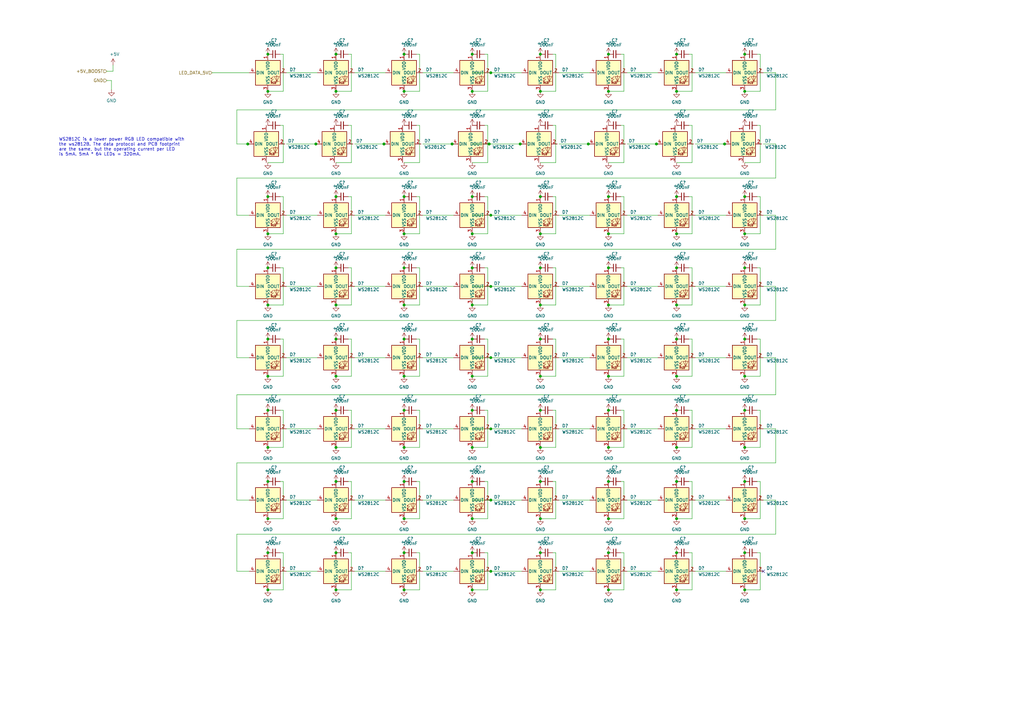
<source format=kicad_sch>
(kicad_sch (version 20210621) (generator eeschema)
  (paper "A3")
  (junction (at 101.6 59.055) (diameter 1.016))
  (junction (at 109.855 22.225) (diameter 1.016))
  (junction (at 109.855 37.465) (diameter 1.016))
  (junction (at 109.855 80.645) (diameter 1.016))
  (junction (at 109.855 95.885) (diameter 1.016))
  (junction (at 109.855 109.855) (diameter 1.016))
  (junction (at 109.855 125.095) (diameter 1.016))
  (junction (at 109.855 139.065) (diameter 1.016))
  (junction (at 109.855 154.305) (diameter 1.016))
  (junction (at 109.855 168.275) (diameter 1.016))
  (junction (at 109.855 183.515) (diameter 1.016))
  (junction (at 109.855 197.485) (diameter 1.016))
  (junction (at 109.855 212.725) (diameter 1.016))
  (junction (at 109.855 226.695) (diameter 1.016))
  (junction (at 109.855 241.935) (diameter 1.016))
  (junction (at 129.54 59.055) (diameter 1.016))
  (junction (at 137.795 22.225) (diameter 1.016))
  (junction (at 137.795 37.465) (diameter 1.016))
  (junction (at 137.795 80.645) (diameter 1.016))
  (junction (at 137.795 95.885) (diameter 1.016))
  (junction (at 137.795 109.855) (diameter 1.016))
  (junction (at 137.795 125.095) (diameter 1.016))
  (junction (at 137.795 139.065) (diameter 1.016))
  (junction (at 137.795 154.305) (diameter 1.016))
  (junction (at 137.795 168.275) (diameter 1.016))
  (junction (at 137.795 183.515) (diameter 1.016))
  (junction (at 137.795 197.485) (diameter 1.016))
  (junction (at 137.795 212.725) (diameter 1.016))
  (junction (at 137.795 226.695) (diameter 1.016))
  (junction (at 137.795 241.935) (diameter 1.016))
  (junction (at 157.48 59.055) (diameter 1.016))
  (junction (at 165.735 22.225) (diameter 1.016))
  (junction (at 165.735 37.465) (diameter 1.016))
  (junction (at 165.735 80.645) (diameter 1.016))
  (junction (at 165.735 95.885) (diameter 1.016))
  (junction (at 165.735 109.855) (diameter 1.016))
  (junction (at 165.735 125.095) (diameter 1.016))
  (junction (at 165.735 139.065) (diameter 1.016))
  (junction (at 165.735 154.305) (diameter 1.016))
  (junction (at 165.735 168.275) (diameter 1.016))
  (junction (at 165.735 183.515) (diameter 1.016))
  (junction (at 165.735 197.485) (diameter 1.016))
  (junction (at 165.735 212.725) (diameter 1.016))
  (junction (at 165.735 226.695) (diameter 1.016))
  (junction (at 165.735 241.935) (diameter 1.016))
  (junction (at 185.42 59.055) (diameter 1.016))
  (junction (at 193.675 22.225) (diameter 1.016))
  (junction (at 193.675 37.465) (diameter 1.016))
  (junction (at 193.675 80.645) (diameter 1.016))
  (junction (at 193.675 95.885) (diameter 1.016))
  (junction (at 193.675 109.855) (diameter 1.016))
  (junction (at 193.675 125.095) (diameter 1.016))
  (junction (at 193.675 139.065) (diameter 1.016))
  (junction (at 193.675 154.305) (diameter 1.016))
  (junction (at 193.675 168.275) (diameter 1.016))
  (junction (at 193.675 183.515) (diameter 1.016))
  (junction (at 193.675 197.485) (diameter 1.016))
  (junction (at 193.675 212.725) (diameter 1.016))
  (junction (at 193.675 226.695) (diameter 1.016))
  (junction (at 193.675 241.935) (diameter 1.016))
  (junction (at 200.66 59.055) (diameter 1.016))
  (junction (at 201.295 29.845) (diameter 1.016))
  (junction (at 201.295 88.265) (diameter 1.016))
  (junction (at 201.295 117.475) (diameter 1.016))
  (junction (at 201.295 146.685) (diameter 1.016))
  (junction (at 201.295 175.895) (diameter 1.016))
  (junction (at 201.295 205.105) (diameter 1.016))
  (junction (at 201.295 234.315) (diameter 1.016))
  (junction (at 213.36 59.055) (diameter 1.016))
  (junction (at 221.615 22.225) (diameter 1.016))
  (junction (at 221.615 37.465) (diameter 1.016))
  (junction (at 221.615 80.645) (diameter 1.016))
  (junction (at 221.615 95.885) (diameter 1.016))
  (junction (at 221.615 109.855) (diameter 1.016))
  (junction (at 221.615 125.095) (diameter 1.016))
  (junction (at 221.615 139.065) (diameter 1.016))
  (junction (at 221.615 154.305) (diameter 1.016))
  (junction (at 221.615 168.275) (diameter 1.016))
  (junction (at 221.615 183.515) (diameter 1.016))
  (junction (at 221.615 197.485) (diameter 1.016))
  (junction (at 221.615 212.725) (diameter 1.016))
  (junction (at 221.615 226.695) (diameter 1.016))
  (junction (at 221.615 241.935) (diameter 1.016))
  (junction (at 241.3 59.055) (diameter 1.016))
  (junction (at 249.555 22.225) (diameter 1.016))
  (junction (at 249.555 37.465) (diameter 1.016))
  (junction (at 249.555 80.645) (diameter 1.016))
  (junction (at 249.555 95.885) (diameter 1.016))
  (junction (at 249.555 109.855) (diameter 1.016))
  (junction (at 249.555 125.095) (diameter 1.016))
  (junction (at 249.555 139.065) (diameter 1.016))
  (junction (at 249.555 154.305) (diameter 1.016))
  (junction (at 249.555 168.275) (diameter 1.016))
  (junction (at 249.555 183.515) (diameter 1.016))
  (junction (at 249.555 197.485) (diameter 1.016))
  (junction (at 249.555 212.725) (diameter 1.016))
  (junction (at 249.555 226.695) (diameter 1.016))
  (junction (at 249.555 241.935) (diameter 1.016))
  (junction (at 269.24 59.055) (diameter 1.016))
  (junction (at 277.495 22.225) (diameter 1.016))
  (junction (at 277.495 37.465) (diameter 1.016))
  (junction (at 277.495 80.645) (diameter 1.016))
  (junction (at 277.495 95.885) (diameter 1.016))
  (junction (at 277.495 109.855) (diameter 1.016))
  (junction (at 277.495 125.095) (diameter 1.016))
  (junction (at 277.495 139.065) (diameter 1.016))
  (junction (at 277.495 154.305) (diameter 1.016))
  (junction (at 277.495 168.275) (diameter 1.016))
  (junction (at 277.495 183.515) (diameter 1.016))
  (junction (at 277.495 197.485) (diameter 1.016))
  (junction (at 277.495 212.725) (diameter 1.016))
  (junction (at 277.495 226.695) (diameter 1.016))
  (junction (at 277.495 241.935) (diameter 1.016))
  (junction (at 297.18 59.055) (diameter 1.016))
  (junction (at 305.435 22.225) (diameter 1.016))
  (junction (at 305.435 37.465) (diameter 1.016))
  (junction (at 305.435 80.645) (diameter 1.016))
  (junction (at 305.435 95.885) (diameter 1.016))
  (junction (at 305.435 109.855) (diameter 1.016))
  (junction (at 305.435 125.095) (diameter 1.016))
  (junction (at 305.435 139.065) (diameter 1.016))
  (junction (at 305.435 154.305) (diameter 1.016))
  (junction (at 305.435 168.275) (diameter 1.016))
  (junction (at 305.435 183.515) (diameter 1.016))
  (junction (at 305.435 197.485) (diameter 1.016))
  (junction (at 305.435 212.725) (diameter 1.016))
  (junction (at 305.435 226.695) (diameter 1.016))
  (junction (at 305.435 241.935) (diameter 1.016))
  (no_connect (at 313.055 234.315))
  (wire (pts (xy 43.815 29.21) (xy 46.355 29.21)))
  (wire (pts (xy 43.815 33.02) (xy 45.72 33.02)))
  (wire (pts (xy 45.72 33.02) (xy 45.72 36.83)))
  (wire (pts (xy 46.355 29.21) (xy 46.355 26.67)))
  (wire (pts (xy 86.995 29.845) (xy 102.235 29.845)))
  (wire (pts (xy 97.155 45.085) (xy 97.155 59.055)))
  (wire (pts (xy 97.155 45.085) (xy 318.135 45.085)))
  (wire (pts (xy 97.155 59.055) (xy 101.6 59.055)))
  (wire (pts (xy 97.155 73.025) (xy 97.155 88.265)))
  (wire (pts (xy 97.155 73.025) (xy 318.135 73.025)))
  (wire (pts (xy 97.155 88.265) (xy 102.235 88.265)))
  (wire (pts (xy 97.155 102.235) (xy 97.155 117.475)))
  (wire (pts (xy 97.155 102.235) (xy 318.135 102.235)))
  (wire (pts (xy 97.155 117.475) (xy 102.235 117.475)))
  (wire (pts (xy 97.155 131.445) (xy 97.155 146.685)))
  (wire (pts (xy 97.155 131.445) (xy 318.135 131.445)))
  (wire (pts (xy 97.155 146.685) (xy 102.235 146.685)))
  (wire (pts (xy 97.155 161.925) (xy 97.155 175.895)))
  (wire (pts (xy 97.155 161.925) (xy 318.135 161.925)))
  (wire (pts (xy 97.155 175.895) (xy 102.235 175.895)))
  (wire (pts (xy 97.155 189.865) (xy 97.155 205.105)))
  (wire (pts (xy 97.155 189.865) (xy 318.135 189.865)))
  (wire (pts (xy 97.155 205.105) (xy 102.235 205.105)))
  (wire (pts (xy 97.155 219.075) (xy 97.155 234.315)))
  (wire (pts (xy 97.155 219.075) (xy 318.135 219.075)))
  (wire (pts (xy 97.155 234.315) (xy 102.235 234.315)))
  (wire (pts (xy 101.6 59.055) (xy 102.235 59.055)))
  (wire (pts (xy 109.855 37.465) (xy 116.205 37.465)))
  (wire (pts (xy 109.855 66.675) (xy 116.205 66.675)))
  (wire (pts (xy 109.855 95.885) (xy 116.205 95.885)))
  (wire (pts (xy 109.855 125.095) (xy 116.205 125.095)))
  (wire (pts (xy 109.855 154.305) (xy 116.205 154.305)))
  (wire (pts (xy 109.855 183.515) (xy 116.205 183.515)))
  (wire (pts (xy 109.855 212.725) (xy 116.205 212.725)))
  (wire (pts (xy 109.855 241.935) (xy 116.205 241.935)))
  (wire (pts (xy 114.935 22.225) (xy 116.205 22.225)))
  (wire (pts (xy 114.935 51.435) (xy 116.205 51.435)))
  (wire (pts (xy 114.935 80.645) (xy 116.205 80.645)))
  (wire (pts (xy 114.935 109.855) (xy 116.205 109.855)))
  (wire (pts (xy 114.935 139.065) (xy 116.205 139.065)))
  (wire (pts (xy 114.935 168.275) (xy 116.205 168.275)))
  (wire (pts (xy 114.935 197.485) (xy 116.205 197.485)))
  (wire (pts (xy 114.935 226.695) (xy 116.205 226.695)))
  (wire (pts (xy 116.205 22.225) (xy 116.205 37.465)))
  (wire (pts (xy 116.205 51.435) (xy 116.205 66.675)))
  (wire (pts (xy 116.205 80.645) (xy 116.205 95.885)))
  (wire (pts (xy 116.205 109.855) (xy 116.205 125.095)))
  (wire (pts (xy 116.205 139.065) (xy 116.205 154.305)))
  (wire (pts (xy 116.205 168.275) (xy 116.205 183.515)))
  (wire (pts (xy 116.205 197.485) (xy 116.205 212.725)))
  (wire (pts (xy 116.205 226.695) (xy 116.205 241.935)))
  (wire (pts (xy 117.475 29.845) (xy 130.175 29.845)))
  (wire (pts (xy 117.475 59.055) (xy 129.54 59.055)))
  (wire (pts (xy 117.475 88.265) (xy 130.175 88.265)))
  (wire (pts (xy 117.475 117.475) (xy 130.175 117.475)))
  (wire (pts (xy 117.475 146.685) (xy 130.175 146.685)))
  (wire (pts (xy 117.475 175.895) (xy 130.175 175.895)))
  (wire (pts (xy 117.475 205.105) (xy 130.175 205.105)))
  (wire (pts (xy 117.475 234.315) (xy 130.175 234.315)))
  (wire (pts (xy 129.54 59.055) (xy 130.175 59.055)))
  (wire (pts (xy 137.795 37.465) (xy 144.145 37.465)))
  (wire (pts (xy 137.795 66.675) (xy 144.145 66.675)))
  (wire (pts (xy 137.795 95.885) (xy 144.145 95.885)))
  (wire (pts (xy 137.795 125.095) (xy 144.145 125.095)))
  (wire (pts (xy 137.795 154.305) (xy 144.145 154.305)))
  (wire (pts (xy 137.795 183.515) (xy 144.145 183.515)))
  (wire (pts (xy 137.795 212.725) (xy 144.145 212.725)))
  (wire (pts (xy 137.795 241.935) (xy 144.145 241.935)))
  (wire (pts (xy 142.875 22.225) (xy 144.145 22.225)))
  (wire (pts (xy 142.875 51.435) (xy 144.145 51.435)))
  (wire (pts (xy 142.875 80.645) (xy 144.145 80.645)))
  (wire (pts (xy 142.875 109.855) (xy 144.145 109.855)))
  (wire (pts (xy 142.875 139.065) (xy 144.145 139.065)))
  (wire (pts (xy 142.875 168.275) (xy 144.145 168.275)))
  (wire (pts (xy 142.875 197.485) (xy 144.145 197.485)))
  (wire (pts (xy 142.875 226.695) (xy 144.145 226.695)))
  (wire (pts (xy 144.145 22.225) (xy 144.145 37.465)))
  (wire (pts (xy 144.145 51.435) (xy 144.145 66.675)))
  (wire (pts (xy 144.145 80.645) (xy 144.145 95.885)))
  (wire (pts (xy 144.145 109.855) (xy 144.145 125.095)))
  (wire (pts (xy 144.145 139.065) (xy 144.145 154.305)))
  (wire (pts (xy 144.145 168.275) (xy 144.145 183.515)))
  (wire (pts (xy 144.145 197.485) (xy 144.145 212.725)))
  (wire (pts (xy 144.145 226.695) (xy 144.145 241.935)))
  (wire (pts (xy 145.415 29.845) (xy 158.115 29.845)))
  (wire (pts (xy 145.415 59.055) (xy 157.48 59.055)))
  (wire (pts (xy 145.415 88.265) (xy 158.115 88.265)))
  (wire (pts (xy 145.415 117.475) (xy 158.115 117.475)))
  (wire (pts (xy 145.415 146.685) (xy 158.115 146.685)))
  (wire (pts (xy 145.415 175.895) (xy 158.115 175.895)))
  (wire (pts (xy 145.415 205.105) (xy 158.115 205.105)))
  (wire (pts (xy 145.415 234.315) (xy 158.115 234.315)))
  (wire (pts (xy 157.48 59.055) (xy 158.115 59.055)))
  (wire (pts (xy 165.735 37.465) (xy 172.085 37.465)))
  (wire (pts (xy 165.735 66.675) (xy 172.085 66.675)))
  (wire (pts (xy 165.735 95.885) (xy 172.085 95.885)))
  (wire (pts (xy 165.735 125.095) (xy 172.085 125.095)))
  (wire (pts (xy 165.735 154.305) (xy 172.085 154.305)))
  (wire (pts (xy 165.735 183.515) (xy 172.085 183.515)))
  (wire (pts (xy 165.735 212.725) (xy 172.085 212.725)))
  (wire (pts (xy 165.735 241.935) (xy 172.085 241.935)))
  (wire (pts (xy 170.815 22.225) (xy 172.085 22.225)))
  (wire (pts (xy 170.815 51.435) (xy 172.085 51.435)))
  (wire (pts (xy 170.815 80.645) (xy 172.085 80.645)))
  (wire (pts (xy 170.815 109.855) (xy 172.085 109.855)))
  (wire (pts (xy 170.815 139.065) (xy 172.085 139.065)))
  (wire (pts (xy 170.815 168.275) (xy 172.085 168.275)))
  (wire (pts (xy 170.815 197.485) (xy 172.085 197.485)))
  (wire (pts (xy 170.815 226.695) (xy 172.085 226.695)))
  (wire (pts (xy 172.085 22.225) (xy 172.085 37.465)))
  (wire (pts (xy 172.085 51.435) (xy 172.085 66.675)))
  (wire (pts (xy 172.085 80.645) (xy 172.085 95.885)))
  (wire (pts (xy 172.085 109.855) (xy 172.085 125.095)))
  (wire (pts (xy 172.085 139.065) (xy 172.085 154.305)))
  (wire (pts (xy 172.085 168.275) (xy 172.085 183.515)))
  (wire (pts (xy 172.085 197.485) (xy 172.085 212.725)))
  (wire (pts (xy 172.085 226.695) (xy 172.085 241.935)))
  (wire (pts (xy 173.355 29.845) (xy 186.055 29.845)))
  (wire (pts (xy 173.355 59.055) (xy 185.42 59.055)))
  (wire (pts (xy 173.355 88.265) (xy 186.055 88.265)))
  (wire (pts (xy 173.355 117.475) (xy 186.055 117.475)))
  (wire (pts (xy 173.355 146.685) (xy 186.055 146.685)))
  (wire (pts (xy 173.355 175.895) (xy 186.055 175.895)))
  (wire (pts (xy 173.355 205.105) (xy 186.055 205.105)))
  (wire (pts (xy 173.355 234.315) (xy 186.055 234.315)))
  (wire (pts (xy 185.42 59.055) (xy 186.055 59.055)))
  (wire (pts (xy 193.675 29.845) (xy 201.295 29.845)))
  (wire (pts (xy 193.675 37.465) (xy 200.025 37.465)))
  (wire (pts (xy 193.675 59.055) (xy 200.66 59.055)))
  (wire (pts (xy 193.675 66.675) (xy 200.025 66.675)))
  (wire (pts (xy 193.675 88.265) (xy 201.295 88.265)))
  (wire (pts (xy 193.675 95.885) (xy 200.025 95.885)))
  (wire (pts (xy 193.675 117.475) (xy 201.295 117.475)))
  (wire (pts (xy 193.675 125.095) (xy 200.025 125.095)))
  (wire (pts (xy 193.675 146.685) (xy 201.295 146.685)))
  (wire (pts (xy 193.675 154.305) (xy 200.025 154.305)))
  (wire (pts (xy 193.675 175.895) (xy 201.295 175.895)))
  (wire (pts (xy 193.675 183.515) (xy 200.025 183.515)))
  (wire (pts (xy 193.675 205.105) (xy 201.295 205.105)))
  (wire (pts (xy 193.675 212.725) (xy 200.025 212.725)))
  (wire (pts (xy 193.675 234.315) (xy 201.295 234.315)))
  (wire (pts (xy 193.675 241.935) (xy 200.025 241.935)))
  (wire (pts (xy 198.755 22.225) (xy 200.025 22.225)))
  (wire (pts (xy 198.755 51.435) (xy 200.025 51.435)))
  (wire (pts (xy 198.755 80.645) (xy 200.025 80.645)))
  (wire (pts (xy 198.755 109.855) (xy 200.025 109.855)))
  (wire (pts (xy 198.755 139.065) (xy 200.025 139.065)))
  (wire (pts (xy 198.755 168.275) (xy 200.025 168.275)))
  (wire (pts (xy 198.755 197.485) (xy 200.025 197.485)))
  (wire (pts (xy 198.755 226.695) (xy 200.025 226.695)))
  (wire (pts (xy 200.025 22.225) (xy 200.025 37.465)))
  (wire (pts (xy 200.025 51.435) (xy 200.025 66.675)))
  (wire (pts (xy 200.025 80.645) (xy 200.025 95.885)))
  (wire (pts (xy 200.025 109.855) (xy 200.025 125.095)))
  (wire (pts (xy 200.025 139.065) (xy 200.025 154.305)))
  (wire (pts (xy 200.025 168.275) (xy 200.025 183.515)))
  (wire (pts (xy 200.025 197.485) (xy 200.025 212.725)))
  (wire (pts (xy 200.025 226.695) (xy 200.025 241.935)))
  (wire (pts (xy 200.66 59.055) (xy 213.36 59.055)))
  (wire (pts (xy 201.295 29.845) (xy 213.995 29.845)))
  (wire (pts (xy 201.295 88.265) (xy 213.995 88.265)))
  (wire (pts (xy 201.295 117.475) (xy 213.995 117.475)))
  (wire (pts (xy 201.295 146.685) (xy 213.995 146.685)))
  (wire (pts (xy 201.295 175.895) (xy 213.995 175.895)))
  (wire (pts (xy 201.295 205.105) (xy 213.995 205.105)))
  (wire (pts (xy 201.295 234.315) (xy 213.995 234.315)))
  (wire (pts (xy 213.36 59.055) (xy 213.995 59.055)))
  (wire (pts (xy 221.615 37.465) (xy 227.965 37.465)))
  (wire (pts (xy 221.615 66.675) (xy 227.965 66.675)))
  (wire (pts (xy 221.615 95.885) (xy 227.965 95.885)))
  (wire (pts (xy 221.615 125.095) (xy 227.965 125.095)))
  (wire (pts (xy 221.615 154.305) (xy 227.965 154.305)))
  (wire (pts (xy 221.615 183.515) (xy 227.965 183.515)))
  (wire (pts (xy 221.615 212.725) (xy 227.965 212.725)))
  (wire (pts (xy 221.615 241.935) (xy 227.965 241.935)))
  (wire (pts (xy 226.695 22.225) (xy 227.965 22.225)))
  (wire (pts (xy 226.695 51.435) (xy 227.965 51.435)))
  (wire (pts (xy 226.695 80.645) (xy 227.965 80.645)))
  (wire (pts (xy 226.695 109.855) (xy 227.965 109.855)))
  (wire (pts (xy 226.695 139.065) (xy 227.965 139.065)))
  (wire (pts (xy 226.695 168.275) (xy 227.965 168.275)))
  (wire (pts (xy 226.695 197.485) (xy 227.965 197.485)))
  (wire (pts (xy 226.695 226.695) (xy 227.965 226.695)))
  (wire (pts (xy 227.965 22.225) (xy 227.965 37.465)))
  (wire (pts (xy 227.965 51.435) (xy 227.965 66.675)))
  (wire (pts (xy 227.965 80.645) (xy 227.965 95.885)))
  (wire (pts (xy 227.965 109.855) (xy 227.965 125.095)))
  (wire (pts (xy 227.965 139.065) (xy 227.965 154.305)))
  (wire (pts (xy 227.965 168.275) (xy 227.965 183.515)))
  (wire (pts (xy 227.965 197.485) (xy 227.965 212.725)))
  (wire (pts (xy 227.965 226.695) (xy 227.965 241.935)))
  (wire (pts (xy 229.235 29.845) (xy 241.935 29.845)))
  (wire (pts (xy 229.235 59.055) (xy 241.3 59.055)))
  (wire (pts (xy 229.235 88.265) (xy 241.935 88.265)))
  (wire (pts (xy 229.235 117.475) (xy 241.935 117.475)))
  (wire (pts (xy 229.235 146.685) (xy 241.935 146.685)))
  (wire (pts (xy 229.235 175.895) (xy 241.935 175.895)))
  (wire (pts (xy 229.235 205.105) (xy 241.935 205.105)))
  (wire (pts (xy 229.235 234.315) (xy 241.935 234.315)))
  (wire (pts (xy 241.3 59.055) (xy 241.935 59.055)))
  (wire (pts (xy 249.555 37.465) (xy 255.905 37.465)))
  (wire (pts (xy 249.555 66.675) (xy 255.905 66.675)))
  (wire (pts (xy 249.555 95.885) (xy 255.905 95.885)))
  (wire (pts (xy 249.555 125.095) (xy 255.905 125.095)))
  (wire (pts (xy 249.555 154.305) (xy 255.905 154.305)))
  (wire (pts (xy 249.555 183.515) (xy 255.905 183.515)))
  (wire (pts (xy 249.555 212.725) (xy 255.905 212.725)))
  (wire (pts (xy 249.555 241.935) (xy 255.905 241.935)))
  (wire (pts (xy 254.635 22.225) (xy 255.905 22.225)))
  (wire (pts (xy 254.635 51.435) (xy 255.905 51.435)))
  (wire (pts (xy 254.635 80.645) (xy 255.905 80.645)))
  (wire (pts (xy 254.635 109.855) (xy 255.905 109.855)))
  (wire (pts (xy 254.635 139.065) (xy 255.905 139.065)))
  (wire (pts (xy 254.635 168.275) (xy 255.905 168.275)))
  (wire (pts (xy 254.635 197.485) (xy 255.905 197.485)))
  (wire (pts (xy 254.635 226.695) (xy 255.905 226.695)))
  (wire (pts (xy 255.905 22.225) (xy 255.905 37.465)))
  (wire (pts (xy 255.905 51.435) (xy 255.905 66.675)))
  (wire (pts (xy 255.905 80.645) (xy 255.905 95.885)))
  (wire (pts (xy 255.905 109.855) (xy 255.905 125.095)))
  (wire (pts (xy 255.905 139.065) (xy 255.905 154.305)))
  (wire (pts (xy 255.905 168.275) (xy 255.905 183.515)))
  (wire (pts (xy 255.905 197.485) (xy 255.905 212.725)))
  (wire (pts (xy 255.905 226.695) (xy 255.905 241.935)))
  (wire (pts (xy 257.175 29.845) (xy 269.875 29.845)))
  (wire (pts (xy 257.175 59.055) (xy 269.24 59.055)))
  (wire (pts (xy 257.175 88.265) (xy 269.875 88.265)))
  (wire (pts (xy 257.175 117.475) (xy 269.875 117.475)))
  (wire (pts (xy 257.175 146.685) (xy 269.875 146.685)))
  (wire (pts (xy 257.175 175.895) (xy 269.875 175.895)))
  (wire (pts (xy 257.175 205.105) (xy 269.875 205.105)))
  (wire (pts (xy 257.175 234.315) (xy 269.875 234.315)))
  (wire (pts (xy 269.24 59.055) (xy 269.875 59.055)))
  (wire (pts (xy 277.495 37.465) (xy 283.845 37.465)))
  (wire (pts (xy 277.495 66.675) (xy 283.845 66.675)))
  (wire (pts (xy 277.495 95.885) (xy 283.845 95.885)))
  (wire (pts (xy 277.495 125.095) (xy 283.845 125.095)))
  (wire (pts (xy 277.495 154.305) (xy 283.845 154.305)))
  (wire (pts (xy 277.495 183.515) (xy 283.845 183.515)))
  (wire (pts (xy 277.495 212.725) (xy 283.845 212.725)))
  (wire (pts (xy 277.495 241.935) (xy 283.845 241.935)))
  (wire (pts (xy 282.575 22.225) (xy 283.845 22.225)))
  (wire (pts (xy 282.575 51.435) (xy 283.845 51.435)))
  (wire (pts (xy 282.575 80.645) (xy 283.845 80.645)))
  (wire (pts (xy 282.575 109.855) (xy 283.845 109.855)))
  (wire (pts (xy 282.575 139.065) (xy 283.845 139.065)))
  (wire (pts (xy 282.575 168.275) (xy 283.845 168.275)))
  (wire (pts (xy 282.575 197.485) (xy 283.845 197.485)))
  (wire (pts (xy 282.575 226.695) (xy 283.845 226.695)))
  (wire (pts (xy 283.845 22.225) (xy 283.845 37.465)))
  (wire (pts (xy 283.845 51.435) (xy 283.845 66.675)))
  (wire (pts (xy 283.845 80.645) (xy 283.845 95.885)))
  (wire (pts (xy 283.845 109.855) (xy 283.845 125.095)))
  (wire (pts (xy 283.845 139.065) (xy 283.845 154.305)))
  (wire (pts (xy 283.845 168.275) (xy 283.845 183.515)))
  (wire (pts (xy 283.845 197.485) (xy 283.845 212.725)))
  (wire (pts (xy 283.845 226.695) (xy 283.845 241.935)))
  (wire (pts (xy 285.115 29.845) (xy 297.815 29.845)))
  (wire (pts (xy 285.115 59.055) (xy 297.18 59.055)))
  (wire (pts (xy 285.115 88.265) (xy 297.815 88.265)))
  (wire (pts (xy 285.115 117.475) (xy 297.815 117.475)))
  (wire (pts (xy 285.115 146.685) (xy 297.815 146.685)))
  (wire (pts (xy 285.115 175.895) (xy 297.815 175.895)))
  (wire (pts (xy 285.115 205.105) (xy 297.815 205.105)))
  (wire (pts (xy 285.115 234.315) (xy 297.815 234.315)))
  (wire (pts (xy 297.18 59.055) (xy 297.815 59.055)))
  (wire (pts (xy 305.435 37.465) (xy 311.785 37.465)))
  (wire (pts (xy 305.435 66.675) (xy 311.785 66.675)))
  (wire (pts (xy 305.435 95.885) (xy 311.785 95.885)))
  (wire (pts (xy 305.435 125.095) (xy 311.785 125.095)))
  (wire (pts (xy 305.435 154.305) (xy 311.785 154.305)))
  (wire (pts (xy 305.435 183.515) (xy 311.785 183.515)))
  (wire (pts (xy 305.435 212.725) (xy 311.785 212.725)))
  (wire (pts (xy 305.435 241.935) (xy 311.785 241.935)))
  (wire (pts (xy 310.515 22.225) (xy 311.785 22.225)))
  (wire (pts (xy 310.515 51.435) (xy 311.785 51.435)))
  (wire (pts (xy 310.515 80.645) (xy 311.785 80.645)))
  (wire (pts (xy 310.515 109.855) (xy 311.785 109.855)))
  (wire (pts (xy 310.515 139.065) (xy 311.785 139.065)))
  (wire (pts (xy 310.515 168.275) (xy 311.785 168.275)))
  (wire (pts (xy 310.515 197.485) (xy 311.785 197.485)))
  (wire (pts (xy 310.515 226.695) (xy 311.785 226.695)))
  (wire (pts (xy 311.785 22.225) (xy 311.785 37.465)))
  (wire (pts (xy 311.785 51.435) (xy 311.785 66.675)))
  (wire (pts (xy 311.785 80.645) (xy 311.785 95.885)))
  (wire (pts (xy 311.785 109.855) (xy 311.785 125.095)))
  (wire (pts (xy 311.785 139.065) (xy 311.785 154.305)))
  (wire (pts (xy 311.785 168.275) (xy 311.785 183.515)))
  (wire (pts (xy 311.785 197.485) (xy 311.785 212.725)))
  (wire (pts (xy 311.785 226.695) (xy 311.785 241.935)))
  (wire (pts (xy 313.055 29.845) (xy 318.135 29.845)))
  (wire (pts (xy 313.055 59.055) (xy 318.135 59.055)))
  (wire (pts (xy 313.055 88.265) (xy 318.135 88.265)))
  (wire (pts (xy 313.055 117.475) (xy 318.135 117.475)))
  (wire (pts (xy 313.055 146.685) (xy 318.135 146.685)))
  (wire (pts (xy 313.055 175.895) (xy 318.135 175.895)))
  (wire (pts (xy 313.055 205.105) (xy 318.135 205.105)))
  (wire (pts (xy 318.135 29.845) (xy 318.135 45.085)))
  (wire (pts (xy 318.135 59.055) (xy 318.135 73.025)))
  (wire (pts (xy 318.135 88.265) (xy 318.135 102.235)))
  (wire (pts (xy 318.135 117.475) (xy 318.135 131.445)))
  (wire (pts (xy 318.135 146.685) (xy 318.135 161.925)))
  (wire (pts (xy 318.135 175.895) (xy 318.135 189.865)))
  (wire (pts (xy 318.135 205.105) (xy 318.135 219.075)))
  (text "WS2812C is a lower power RGB LED compatible with \nthe ws2812B. The data protocol and PCB footprint \nare the same, but the operating current per LED \nis 5mA. 5mA * 64 LEDs = 320mA." (at 24.13 64.135 0) (effects (font (size 1.27 1.27)) (justify left bottom)))
  (hierarchical_label "+5V_BOOST" (shape input) (at 43.815 29.21 180))
  (hierarchical_label "GND" (shape input) (at 43.815 33.02 180))
  (hierarchical_label "LED_DATA_5V" (shape input) (at 86.995 29.845 180))
  (symbol (lib_id "power:+5V") (at 46.355 26.67 0) (unit 1)
    (property "Reference" "#PWR?" (effects hide))
    (property "Value" "+5V" (at 46.99 22.225 0))
  )
  (symbol (lib_id "power:+5V") (at 109.855 22.225 0) (unit 1)
    (property "Reference" "#PWR?" (effects hide))
    (property "Value" "+5V" (at 110.49 17.78 0))
  )
  (symbol (lib_id "power:+5V") (at 109.855 51.435 0) (unit 1)
    (property "Reference" "#PWR?" (effects hide))
    (property "Value" "+5V" (at 110.49 46.99 0))
  )
  (symbol (lib_id "power:+5V") (at 109.855 80.645 0) (unit 1)
    (property "Reference" "#PWR?" (effects hide))
    (property "Value" "+5V" (at 110.49 76.2 0))
  )
  (symbol (lib_id "power:+5V") (at 109.855 109.855 0) (unit 1)
    (property "Reference" "#PWR?" (effects hide))
    (property "Value" "+5V" (at 110.49 105.41 0))
  )
  (symbol (lib_id "power:+5V") (at 109.855 139.065 0) (unit 1)
    (property "Reference" "#PWR?" (effects hide))
    (property "Value" "+5V" (at 110.49 134.62 0))
  )
  (symbol (lib_id "power:+5V") (at 109.855 168.275 0) (unit 1)
    (property "Reference" "#PWR?" (effects hide))
    (property "Value" "+5V" (at 110.49 163.83 0))
  )
  (symbol (lib_id "power:+5V") (at 109.855 197.485 0) (unit 1)
    (property "Reference" "#PWR?" (effects hide))
    (property "Value" "+5V" (at 110.49 193.04 0))
  )
  (symbol (lib_id "power:+5V") (at 109.855 226.695 0) (unit 1)
    (property "Reference" "#PWR?" (effects hide))
    (property "Value" "+5V" (at 110.49 222.25 0))
  )
  (symbol (lib_id "power:+5V") (at 137.795 22.225 0) (unit 1)
    (property "Reference" "#PWR?" (effects hide))
    (property "Value" "+5V" (at 138.43 17.78 0))
  )
  (symbol (lib_id "power:+5V") (at 137.795 51.435 0) (unit 1)
    (property "Reference" "#PWR?" (effects hide))
    (property "Value" "+5V" (at 138.43 46.99 0))
  )
  (symbol (lib_id "power:+5V") (at 137.795 80.645 0) (unit 1)
    (property "Reference" "#PWR?" (effects hide))
    (property "Value" "+5V" (at 138.43 76.2 0))
  )
  (symbol (lib_id "power:+5V") (at 137.795 109.855 0) (unit 1)
    (property "Reference" "#PWR?" (effects hide))
    (property "Value" "+5V" (at 138.43 105.41 0))
  )
  (symbol (lib_id "power:+5V") (at 137.795 139.065 0) (unit 1)
    (property "Reference" "#PWR?" (effects hide))
    (property "Value" "+5V" (at 138.43 134.62 0))
  )
  (symbol (lib_id "power:+5V") (at 137.795 168.275 0) (unit 1)
    (property "Reference" "#PWR?" (effects hide))
    (property "Value" "+5V" (at 138.43 163.83 0))
  )
  (symbol (lib_id "power:+5V") (at 137.795 197.485 0) (unit 1)
    (property "Reference" "#PWR?" (effects hide))
    (property "Value" "+5V" (at 138.43 193.04 0))
  )
  (symbol (lib_id "power:+5V") (at 137.795 226.695 0) (unit 1)
    (property "Reference" "#PWR?" (effects hide))
    (property "Value" "+5V" (at 138.43 222.25 0))
  )
  (symbol (lib_id "power:+5V") (at 165.735 22.225 0) (unit 1)
    (property "Reference" "#PWR?" (effects hide))
    (property "Value" "+5V" (at 166.37 17.78 0))
  )
  (symbol (lib_id "power:+5V") (at 165.735 51.435 0) (unit 1)
    (property "Reference" "#PWR?" (effects hide))
    (property "Value" "+5V" (at 166.37 46.99 0))
  )
  (symbol (lib_id "power:+5V") (at 165.735 80.645 0) (unit 1)
    (property "Reference" "#PWR?" (effects hide))
    (property "Value" "+5V" (at 166.37 76.2 0))
  )
  (symbol (lib_id "power:+5V") (at 165.735 109.855 0) (unit 1)
    (property "Reference" "#PWR?" (effects hide))
    (property "Value" "+5V" (at 166.37 105.41 0))
  )
  (symbol (lib_id "power:+5V") (at 165.735 139.065 0) (unit 1)
    (property "Reference" "#PWR?" (effects hide))
    (property "Value" "+5V" (at 166.37 134.62 0))
  )
  (symbol (lib_id "power:+5V") (at 165.735 168.275 0) (unit 1)
    (property "Reference" "#PWR?" (effects hide))
    (property "Value" "+5V" (at 166.37 163.83 0))
  )
  (symbol (lib_id "power:+5V") (at 165.735 197.485 0) (unit 1)
    (property "Reference" "#PWR?" (effects hide))
    (property "Value" "+5V" (at 166.37 193.04 0))
  )
  (symbol (lib_id "power:+5V") (at 165.735 226.695 0) (unit 1)
    (property "Reference" "#PWR?" (effects hide))
    (property "Value" "+5V" (at 166.37 222.25 0))
  )
  (symbol (lib_id "power:+5V") (at 193.675 22.225 0) (unit 1)
    (property "Reference" "#PWR?" (effects hide))
    (property "Value" "+5V" (at 194.31 17.78 0))
  )
  (symbol (lib_id "power:+5V") (at 193.675 51.435 0) (unit 1)
    (property "Reference" "#PWR?" (effects hide))
    (property "Value" "+5V" (at 194.31 46.99 0))
  )
  (symbol (lib_id "power:+5V") (at 193.675 80.645 0) (unit 1)
    (property "Reference" "#PWR?" (effects hide))
    (property "Value" "+5V" (at 194.31 76.2 0))
  )
  (symbol (lib_id "power:+5V") (at 193.675 109.855 0) (unit 1)
    (property "Reference" "#PWR?" (effects hide))
    (property "Value" "+5V" (at 194.31 105.41 0))
  )
  (symbol (lib_id "power:+5V") (at 193.675 139.065 0) (unit 1)
    (property "Reference" "#PWR?" (effects hide))
    (property "Value" "+5V" (at 194.31 134.62 0))
  )
  (symbol (lib_id "power:+5V") (at 193.675 168.275 0) (unit 1)
    (property "Reference" "#PWR?" (effects hide))
    (property "Value" "+5V" (at 194.31 163.83 0))
  )
  (symbol (lib_id "power:+5V") (at 193.675 197.485 0) (unit 1)
    (property "Reference" "#PWR?" (effects hide))
    (property "Value" "+5V" (at 194.31 193.04 0))
  )
  (symbol (lib_id "power:+5V") (at 193.675 226.695 0) (unit 1)
    (property "Reference" "#PWR?" (effects hide))
    (property "Value" "+5V" (at 194.31 222.25 0))
  )
  (symbol (lib_id "power:+5V") (at 221.615 22.225 0) (unit 1)
    (property "Reference" "#PWR?" (effects hide))
    (property "Value" "+5V" (at 222.25 17.78 0))
  )
  (symbol (lib_id "power:+5V") (at 221.615 51.435 0) (unit 1)
    (property "Reference" "#PWR?" (effects hide))
    (property "Value" "+5V" (at 222.25 46.99 0))
  )
  (symbol (lib_id "power:+5V") (at 221.615 80.645 0) (unit 1)
    (property "Reference" "#PWR?" (effects hide))
    (property "Value" "+5V" (at 222.25 76.2 0))
  )
  (symbol (lib_id "power:+5V") (at 221.615 109.855 0) (unit 1)
    (property "Reference" "#PWR?" (effects hide))
    (property "Value" "+5V" (at 222.25 105.41 0))
  )
  (symbol (lib_id "power:+5V") (at 221.615 139.065 0) (unit 1)
    (property "Reference" "#PWR?" (effects hide))
    (property "Value" "+5V" (at 222.25 134.62 0))
  )
  (symbol (lib_id "power:+5V") (at 221.615 168.275 0) (unit 1)
    (property "Reference" "#PWR?" (effects hide))
    (property "Value" "+5V" (at 222.25 163.83 0))
  )
  (symbol (lib_id "power:+5V") (at 221.615 197.485 0) (unit 1)
    (property "Reference" "#PWR?" (effects hide))
    (property "Value" "+5V" (at 222.25 193.04 0))
  )
  (symbol (lib_id "power:+5V") (at 221.615 226.695 0) (unit 1)
    (property "Reference" "#PWR?" (effects hide))
    (property "Value" "+5V" (at 222.25 222.25 0))
  )
  (symbol (lib_id "power:+5V") (at 249.555 22.225 0) (unit 1)
    (property "Reference" "#PWR?" (effects hide))
    (property "Value" "+5V" (at 250.19 17.78 0))
  )
  (symbol (lib_id "power:+5V") (at 249.555 51.435 0) (unit 1)
    (property "Reference" "#PWR?" (effects hide))
    (property "Value" "+5V" (at 250.19 46.99 0))
  )
  (symbol (lib_id "power:+5V") (at 249.555 80.645 0) (unit 1)
    (property "Reference" "#PWR?" (effects hide))
    (property "Value" "+5V" (at 250.19 76.2 0))
  )
  (symbol (lib_id "power:+5V") (at 249.555 109.855 0) (unit 1)
    (property "Reference" "#PWR?" (effects hide))
    (property "Value" "+5V" (at 250.19 105.41 0))
  )
  (symbol (lib_id "power:+5V") (at 249.555 139.065 0) (unit 1)
    (property "Reference" "#PWR?" (effects hide))
    (property "Value" "+5V" (at 250.19 134.62 0))
  )
  (symbol (lib_id "power:+5V") (at 249.555 168.275 0) (unit 1)
    (property "Reference" "#PWR?" (effects hide))
    (property "Value" "+5V" (at 250.19 163.83 0))
  )
  (symbol (lib_id "power:+5V") (at 249.555 197.485 0) (unit 1)
    (property "Reference" "#PWR?" (effects hide))
    (property "Value" "+5V" (at 250.19 193.04 0))
  )
  (symbol (lib_id "power:+5V") (at 249.555 226.695 0) (unit 1)
    (property "Reference" "#PWR?" (effects hide))
    (property "Value" "+5V" (at 250.19 222.25 0))
  )
  (symbol (lib_id "power:+5V") (at 277.495 22.225 0) (unit 1)
    (property "Reference" "#PWR?" (effects hide))
    (property "Value" "+5V" (at 278.13 17.78 0))
  )
  (symbol (lib_id "power:+5V") (at 277.495 51.435 0) (unit 1)
    (property "Reference" "#PWR?" (effects hide))
    (property "Value" "+5V" (at 278.13 46.99 0))
  )
  (symbol (lib_id "power:+5V") (at 277.495 80.645 0) (unit 1)
    (property "Reference" "#PWR?" (effects hide))
    (property "Value" "+5V" (at 278.13 76.2 0))
  )
  (symbol (lib_id "power:+5V") (at 277.495 109.855 0) (unit 1)
    (property "Reference" "#PWR?" (effects hide))
    (property "Value" "+5V" (at 278.13 105.41 0))
  )
  (symbol (lib_id "power:+5V") (at 277.495 139.065 0) (unit 1)
    (property "Reference" "#PWR?" (effects hide))
    (property "Value" "+5V" (at 278.13 134.62 0))
  )
  (symbol (lib_id "power:+5V") (at 277.495 168.275 0) (unit 1)
    (property "Reference" "#PWR?" (effects hide))
    (property "Value" "+5V" (at 278.13 163.83 0))
  )
  (symbol (lib_id "power:+5V") (at 277.495 197.485 0) (unit 1)
    (property "Reference" "#PWR?" (effects hide))
    (property "Value" "+5V" (at 278.13 193.04 0))
  )
  (symbol (lib_id "power:+5V") (at 277.495 226.695 0) (unit 1)
    (property "Reference" "#PWR?" (effects hide))
    (property "Value" "+5V" (at 278.13 222.25 0))
  )
  (symbol (lib_id "power:+5V") (at 305.435 22.225 0) (unit 1)
    (property "Reference" "#PWR?" (effects hide))
    (property "Value" "+5V" (at 306.07 17.78 0))
  )
  (symbol (lib_id "power:+5V") (at 305.435 51.435 0) (unit 1)
    (property "Reference" "#PWR?" (effects hide))
    (property "Value" "+5V" (at 306.07 46.99 0))
  )
  (symbol (lib_id "power:+5V") (at 305.435 80.645 0) (unit 1)
    (property "Reference" "#PWR?" (effects hide))
    (property "Value" "+5V" (at 306.07 76.2 0))
  )
  (symbol (lib_id "power:+5V") (at 305.435 109.855 0) (unit 1)
    (property "Reference" "#PWR?" (effects hide))
    (property "Value" "+5V" (at 306.07 105.41 0))
  )
  (symbol (lib_id "power:+5V") (at 305.435 139.065 0) (unit 1)
    (property "Reference" "#PWR?" (effects hide))
    (property "Value" "+5V" (at 306.07 134.62 0))
  )
  (symbol (lib_id "power:+5V") (at 305.435 168.275 0) (unit 1)
    (property "Reference" "#PWR?" (effects hide))
    (property "Value" "+5V" (at 306.07 163.83 0))
  )
  (symbol (lib_id "power:+5V") (at 305.435 197.485 0) (unit 1)
    (property "Reference" "#PWR?" (effects hide))
    (property "Value" "+5V" (at 306.07 193.04 0))
  )
  (symbol (lib_id "power:+5V") (at 305.435 226.695 0) (unit 1)
    (property "Reference" "#PWR?" (effects hide))
    (property "Value" "+5V" (at 306.07 222.25 0))
  )
  (symbol (lib_id "power:GND") (at 45.72 36.83 0) (unit 1)
    (property "Reference" "#PWR?" (effects hide))
    (property "Value" "GND" (at 45.72 41.275 0))
  )
  (symbol (lib_id "power:GND") (at 109.855 37.465 0) (unit 1)
    (property "Reference" "#PWR?" (effects hide))
    (property "Value" "GND" (at 109.855 41.91 0))
  )
  (symbol (lib_id "power:GND") (at 109.855 66.675 0) (unit 1)
    (property "Reference" "#PWR?" (effects hide))
    (property "Value" "GND" (at 109.855 71.12 0))
  )
  (symbol (lib_id "power:GND") (at 109.855 95.885 0) (unit 1)
    (property "Reference" "#PWR?" (effects hide))
    (property "Value" "GND" (at 109.855 100.33 0))
  )
  (symbol (lib_id "power:GND") (at 109.855 125.095 0) (unit 1)
    (property "Reference" "#PWR?" (effects hide))
    (property "Value" "GND" (at 109.855 129.54 0))
  )
  (symbol (lib_id "power:GND") (at 109.855 154.305 0) (unit 1)
    (property "Reference" "#PWR?" (effects hide))
    (property "Value" "GND" (at 109.855 158.75 0))
  )
  (symbol (lib_id "power:GND") (at 109.855 183.515 0) (unit 1)
    (property "Reference" "#PWR?" (effects hide))
    (property "Value" "GND" (at 109.855 187.96 0))
  )
  (symbol (lib_id "power:GND") (at 109.855 212.725 0) (unit 1)
    (property "Reference" "#PWR?" (effects hide))
    (property "Value" "GND" (at 109.855 217.17 0))
  )
  (symbol (lib_id "power:GND") (at 109.855 241.935 0) (unit 1)
    (property "Reference" "#PWR?" (effects hide))
    (property "Value" "GND" (at 109.855 246.38 0))
  )
  (symbol (lib_id "power:GND") (at 137.795 37.465 0) (unit 1)
    (property "Reference" "#PWR?" (effects hide))
    (property "Value" "GND" (at 137.795 41.91 0))
  )
  (symbol (lib_id "power:GND") (at 137.795 66.675 0) (unit 1)
    (property "Reference" "#PWR?" (effects hide))
    (property "Value" "GND" (at 137.795 71.12 0))
  )
  (symbol (lib_id "power:GND") (at 137.795 95.885 0) (unit 1)
    (property "Reference" "#PWR?" (effects hide))
    (property "Value" "GND" (at 137.795 100.33 0))
  )
  (symbol (lib_id "power:GND") (at 137.795 125.095 0) (unit 1)
    (property "Reference" "#PWR?" (effects hide))
    (property "Value" "GND" (at 137.795 129.54 0))
  )
  (symbol (lib_id "power:GND") (at 137.795 154.305 0) (unit 1)
    (property "Reference" "#PWR?" (effects hide))
    (property "Value" "GND" (at 137.795 158.75 0))
  )
  (symbol (lib_id "power:GND") (at 137.795 183.515 0) (unit 1)
    (property "Reference" "#PWR?" (effects hide))
    (property "Value" "GND" (at 137.795 187.96 0))
  )
  (symbol (lib_id "power:GND") (at 137.795 212.725 0) (unit 1)
    (property "Reference" "#PWR?" (effects hide))
    (property "Value" "GND" (at 137.795 217.17 0))
  )
  (symbol (lib_id "power:GND") (at 137.795 241.935 0) (unit 1)
    (property "Reference" "#PWR?" (effects hide))
    (property "Value" "GND" (at 137.795 246.38 0))
  )
  (symbol (lib_id "power:GND") (at 165.735 37.465 0) (unit 1)
    (property "Reference" "#PWR?" (effects hide))
    (property "Value" "GND" (at 165.735 41.91 0))
  )
  (symbol (lib_id "power:GND") (at 165.735 66.675 0) (unit 1)
    (property "Reference" "#PWR?" (effects hide))
    (property "Value" "GND" (at 165.735 71.12 0))
  )
  (symbol (lib_id "power:GND") (at 165.735 95.885 0) (unit 1)
    (property "Reference" "#PWR?" (effects hide))
    (property "Value" "GND" (at 165.735 100.33 0))
  )
  (symbol (lib_id "power:GND") (at 165.735 125.095 0) (unit 1)
    (property "Reference" "#PWR?" (effects hide))
    (property "Value" "GND" (at 165.735 129.54 0))
  )
  (symbol (lib_id "power:GND") (at 165.735 154.305 0) (unit 1)
    (property "Reference" "#PWR?" (effects hide))
    (property "Value" "GND" (at 165.735 158.75 0))
  )
  (symbol (lib_id "power:GND") (at 165.735 183.515 0) (unit 1)
    (property "Reference" "#PWR?" (effects hide))
    (property "Value" "GND" (at 165.735 187.96 0))
  )
  (symbol (lib_id "power:GND") (at 165.735 212.725 0) (unit 1)
    (property "Reference" "#PWR?" (effects hide))
    (property "Value" "GND" (at 165.735 217.17 0))
  )
  (symbol (lib_id "power:GND") (at 165.735 241.935 0) (unit 1)
    (property "Reference" "#PWR?" (effects hide))
    (property "Value" "GND" (at 165.735 246.38 0))
  )
  (symbol (lib_id "power:GND") (at 193.675 37.465 0) (unit 1)
    (property "Reference" "#PWR?" (effects hide))
    (property "Value" "GND" (at 193.675 41.91 0))
  )
  (symbol (lib_id "power:GND") (at 193.675 66.675 0) (unit 1)
    (property "Reference" "#PWR?" (effects hide))
    (property "Value" "GND" (at 193.675 71.12 0))
  )
  (symbol (lib_id "power:GND") (at 193.675 95.885 0) (unit 1)
    (property "Reference" "#PWR?" (effects hide))
    (property "Value" "GND" (at 193.675 100.33 0))
  )
  (symbol (lib_id "power:GND") (at 193.675 125.095 0) (unit 1)
    (property "Reference" "#PWR?" (effects hide))
    (property "Value" "GND" (at 193.675 129.54 0))
  )
  (symbol (lib_id "power:GND") (at 193.675 154.305 0) (unit 1)
    (property "Reference" "#PWR?" (effects hide))
    (property "Value" "GND" (at 193.675 158.75 0))
  )
  (symbol (lib_id "power:GND") (at 193.675 183.515 0) (unit 1)
    (property "Reference" "#PWR?" (effects hide))
    (property "Value" "GND" (at 193.675 187.96 0))
  )
  (symbol (lib_id "power:GND") (at 193.675 212.725 0) (unit 1)
    (property "Reference" "#PWR?" (effects hide))
    (property "Value" "GND" (at 193.675 217.17 0))
  )
  (symbol (lib_id "power:GND") (at 193.675 241.935 0) (unit 1)
    (property "Reference" "#PWR?" (effects hide))
    (property "Value" "GND" (at 193.675 246.38 0))
  )
  (symbol (lib_id "power:GND") (at 221.615 37.465 0) (unit 1)
    (property "Reference" "#PWR?" (effects hide))
    (property "Value" "GND" (at 221.615 41.91 0))
  )
  (symbol (lib_id "power:GND") (at 221.615 66.675 0) (unit 1)
    (property "Reference" "#PWR?" (effects hide))
    (property "Value" "GND" (at 221.615 71.12 0))
  )
  (symbol (lib_id "power:GND") (at 221.615 95.885 0) (unit 1)
    (property "Reference" "#PWR?" (effects hide))
    (property "Value" "GND" (at 221.615 100.33 0))
  )
  (symbol (lib_id "power:GND") (at 221.615 125.095 0) (unit 1)
    (property "Reference" "#PWR?" (effects hide))
    (property "Value" "GND" (at 221.615 129.54 0))
  )
  (symbol (lib_id "power:GND") (at 221.615 154.305 0) (unit 1)
    (property "Reference" "#PWR?" (effects hide))
    (property "Value" "GND" (at 221.615 158.75 0))
  )
  (symbol (lib_id "power:GND") (at 221.615 183.515 0) (unit 1)
    (property "Reference" "#PWR?" (effects hide))
    (property "Value" "GND" (at 221.615 187.96 0))
  )
  (symbol (lib_id "power:GND") (at 221.615 212.725 0) (unit 1)
    (property "Reference" "#PWR?" (effects hide))
    (property "Value" "GND" (at 221.615 217.17 0))
  )
  (symbol (lib_id "power:GND") (at 221.615 241.935 0) (unit 1)
    (property "Reference" "#PWR?" (effects hide))
    (property "Value" "GND" (at 221.615 246.38 0))
  )
  (symbol (lib_id "power:GND") (at 249.555 37.465 0) (unit 1)
    (property "Reference" "#PWR?" (effects hide))
    (property "Value" "GND" (at 249.555 41.91 0))
  )
  (symbol (lib_id "power:GND") (at 249.555 66.675 0) (unit 1)
    (property "Reference" "#PWR?" (effects hide))
    (property "Value" "GND" (at 249.555 71.12 0))
  )
  (symbol (lib_id "power:GND") (at 249.555 95.885 0) (unit 1)
    (property "Reference" "#PWR?" (effects hide))
    (property "Value" "GND" (at 249.555 100.33 0))
  )
  (symbol (lib_id "power:GND") (at 249.555 125.095 0) (unit 1)
    (property "Reference" "#PWR?" (effects hide))
    (property "Value" "GND" (at 249.555 129.54 0))
  )
  (symbol (lib_id "power:GND") (at 249.555 154.305 0) (unit 1)
    (property "Reference" "#PWR?" (effects hide))
    (property "Value" "GND" (at 249.555 158.75 0))
  )
  (symbol (lib_id "power:GND") (at 249.555 183.515 0) (unit 1)
    (property "Reference" "#PWR?" (effects hide))
    (property "Value" "GND" (at 249.555 187.96 0))
  )
  (symbol (lib_id "power:GND") (at 249.555 212.725 0) (unit 1)
    (property "Reference" "#PWR?" (effects hide))
    (property "Value" "GND" (at 249.555 217.17 0))
  )
  (symbol (lib_id "power:GND") (at 249.555 241.935 0) (unit 1)
    (property "Reference" "#PWR?" (effects hide))
    (property "Value" "GND" (at 249.555 246.38 0))
  )
  (symbol (lib_id "power:GND") (at 277.495 37.465 0) (unit 1)
    (property "Reference" "#PWR?" (effects hide))
    (property "Value" "GND" (at 277.495 41.91 0))
  )
  (symbol (lib_id "power:GND") (at 277.495 66.675 0) (unit 1)
    (property "Reference" "#PWR?" (effects hide))
    (property "Value" "GND" (at 277.495 71.12 0))
  )
  (symbol (lib_id "power:GND") (at 277.495 95.885 0) (unit 1)
    (property "Reference" "#PWR?" (effects hide))
    (property "Value" "GND" (at 277.495 100.33 0))
  )
  (symbol (lib_id "power:GND") (at 277.495 125.095 0) (unit 1)
    (property "Reference" "#PWR?" (effects hide))
    (property "Value" "GND" (at 277.495 129.54 0))
  )
  (symbol (lib_id "power:GND") (at 277.495 154.305 0) (unit 1)
    (property "Reference" "#PWR?" (effects hide))
    (property "Value" "GND" (at 277.495 158.75 0))
  )
  (symbol (lib_id "power:GND") (at 277.495 183.515 0) (unit 1)
    (property "Reference" "#PWR?" (effects hide))
    (property "Value" "GND" (at 277.495 187.96 0))
  )
  (symbol (lib_id "power:GND") (at 277.495 212.725 0) (unit 1)
    (property "Reference" "#PWR?" (effects hide))
    (property "Value" "GND" (at 277.495 217.17 0))
  )
  (symbol (lib_id "power:GND") (at 277.495 241.935 0) (unit 1)
    (property "Reference" "#PWR?" (effects hide))
    (property "Value" "GND" (at 277.495 246.38 0))
  )
  (symbol (lib_id "power:GND") (at 305.435 37.465 0) (unit 1)
    (property "Reference" "#PWR?" (effects hide))
    (property "Value" "GND" (at 305.435 41.91 0))
  )
  (symbol (lib_id "power:GND") (at 305.435 66.675 0) (unit 1)
    (property "Reference" "#PWR?" (effects hide))
    (property "Value" "GND" (at 305.435 71.12 0))
  )
  (symbol (lib_id "power:GND") (at 305.435 95.885 0) (unit 1)
    (property "Reference" "#PWR?" (effects hide))
    (property "Value" "GND" (at 305.435 100.33 0))
  )
  (symbol (lib_id "power:GND") (at 305.435 125.095 0) (unit 1)
    (property "Reference" "#PWR?" (effects hide))
    (property "Value" "GND" (at 305.435 129.54 0))
  )
  (symbol (lib_id "power:GND") (at 305.435 154.305 0) (unit 1)
    (property "Reference" "#PWR?" (effects hide))
    (property "Value" "GND" (at 305.435 158.75 0))
  )
  (symbol (lib_id "power:GND") (at 305.435 183.515 0) (unit 1)
    (property "Reference" "#PWR?" (effects hide))
    (property "Value" "GND" (at 305.435 187.96 0))
  )
  (symbol (lib_id "power:GND") (at 305.435 212.725 0) (unit 1)
    (property "Reference" "#PWR?" (effects hide))
    (property "Value" "GND" (at 305.435 217.17 0))
  )
  (symbol (lib_id "power:GND") (at 305.435 241.935 0) (unit 1)
    (property "Reference" "#PWR?" (effects hide))
    (property "Value" "GND" (at 305.435 246.38 0))
  )
  (symbol (lib_id "Device:C_Small") (at 112.395 22.225 90) (unit 1)
    (property "Reference" "C?" (at 112.395 16.51 90))
    (property "Value" "100nF" (at 112.395 18.415 90))
    (property "Footprint" "Capacitor_SMD:C_0805_2012Metric_Pad1.15x1.40mm_HandSolder" (effects hide))
    (property "LCSC" "C49678" (effects hide))
  )
  (symbol (lib_id "Device:C_Small") (at 112.395 51.435 90) (unit 1)
    (property "Reference" "C?" (at 112.395 45.72 90))
    (property "Value" "100nF" (at 112.395 47.625 90))
    (property "Footprint" "Capacitor_SMD:C_0805_2012Metric_Pad1.15x1.40mm_HandSolder" (effects hide))
    (property "LCSC" "C49678" (effects hide))
  )
  (symbol (lib_id "Device:C_Small") (at 112.395 80.645 90) (unit 1)
    (property "Reference" "C?" (at 112.395 74.93 90))
    (property "Value" "100nF" (at 112.395 76.835 90))
    (property "Footprint" "Capacitor_SMD:C_0805_2012Metric_Pad1.15x1.40mm_HandSolder" (effects hide))
    (property "LCSC" "C49678" (effects hide))
  )
  (symbol (lib_id "Device:C_Small") (at 112.395 109.855 90) (unit 1)
    (property "Reference" "C?" (at 112.395 104.14 90))
    (property "Value" "100nF" (at 112.395 106.045 90))
    (property "Footprint" "Capacitor_SMD:C_0805_2012Metric_Pad1.15x1.40mm_HandSolder" (effects hide))
    (property "LCSC" "C49678" (effects hide))
  )
  (symbol (lib_id "Device:C_Small") (at 112.395 139.065 90) (unit 1)
    (property "Reference" "C?" (at 112.395 133.35 90))
    (property "Value" "100nF" (at 112.395 135.255 90))
    (property "Footprint" "Capacitor_SMD:C_0805_2012Metric_Pad1.15x1.40mm_HandSolder" (effects hide))
    (property "LCSC" "C49678" (effects hide))
  )
  (symbol (lib_id "Device:C_Small") (at 112.395 168.275 90) (unit 1)
    (property "Reference" "C?" (at 112.395 162.56 90))
    (property "Value" "100nF" (at 112.395 164.465 90))
    (property "Footprint" "Capacitor_SMD:C_0805_2012Metric_Pad1.15x1.40mm_HandSolder" (effects hide))
    (property "LCSC" "C49678" (effects hide))
  )
  (symbol (lib_id "Device:C_Small") (at 112.395 197.485 90) (unit 1)
    (property "Reference" "C?" (at 112.395 191.77 90))
    (property "Value" "100nF" (at 112.395 193.675 90))
    (property "Footprint" "Capacitor_SMD:C_0805_2012Metric_Pad1.15x1.40mm_HandSolder" (effects hide))
    (property "LCSC" "C49678" (effects hide))
  )
  (symbol (lib_id "Device:C_Small") (at 112.395 226.695 90) (unit 1)
    (property "Reference" "C?" (at 112.395 220.98 90))
    (property "Value" "100nF" (at 112.395 222.885 90))
    (property "Footprint" "Capacitor_SMD:C_0805_2012Metric_Pad1.15x1.40mm_HandSolder" (effects hide))
    (property "LCSC" "C49678" (effects hide))
  )
  (symbol (lib_id "Device:C_Small") (at 140.335 22.225 90) (unit 1)
    (property "Reference" "C?" (at 140.335 16.51 90))
    (property "Value" "100nF" (at 140.335 18.415 90))
    (property "Footprint" "Capacitor_SMD:C_0805_2012Metric_Pad1.15x1.40mm_HandSolder" (effects hide))
    (property "LCSC" "C49678" (effects hide))
  )
  (symbol (lib_id "Device:C_Small") (at 140.335 51.435 90) (unit 1)
    (property "Reference" "C?" (at 140.335 45.72 90))
    (property "Value" "100nF" (at 140.335 47.625 90))
    (property "Footprint" "Capacitor_SMD:C_0805_2012Metric_Pad1.15x1.40mm_HandSolder" (effects hide))
    (property "LCSC" "C49678" (effects hide))
  )
  (symbol (lib_id "Device:C_Small") (at 140.335 80.645 90) (unit 1)
    (property "Reference" "C?" (at 140.335 74.93 90))
    (property "Value" "100nF" (at 140.335 76.835 90))
    (property "Footprint" "Capacitor_SMD:C_0805_2012Metric_Pad1.15x1.40mm_HandSolder" (effects hide))
    (property "LCSC" "C49678" (effects hide))
  )
  (symbol (lib_id "Device:C_Small") (at 140.335 109.855 90) (unit 1)
    (property "Reference" "C?" (at 140.335 104.14 90))
    (property "Value" "100nF" (at 140.335 106.045 90))
    (property "Footprint" "Capacitor_SMD:C_0805_2012Metric_Pad1.15x1.40mm_HandSolder" (effects hide))
    (property "LCSC" "C49678" (effects hide))
  )
  (symbol (lib_id "Device:C_Small") (at 140.335 139.065 90) (unit 1)
    (property "Reference" "C?" (at 140.335 133.35 90))
    (property "Value" "100nF" (at 140.335 135.255 90))
    (property "Footprint" "Capacitor_SMD:C_0805_2012Metric_Pad1.15x1.40mm_HandSolder" (effects hide))
    (property "LCSC" "C49678" (effects hide))
  )
  (symbol (lib_id "Device:C_Small") (at 140.335 168.275 90) (unit 1)
    (property "Reference" "C?" (at 140.335 162.56 90))
    (property "Value" "100nF" (at 140.335 164.465 90))
    (property "Footprint" "Capacitor_SMD:C_0805_2012Metric_Pad1.15x1.40mm_HandSolder" (effects hide))
    (property "LCSC" "C49678" (effects hide))
  )
  (symbol (lib_id "Device:C_Small") (at 140.335 197.485 90) (unit 1)
    (property "Reference" "C?" (at 140.335 191.77 90))
    (property "Value" "100nF" (at 140.335 193.675 90))
    (property "Footprint" "Capacitor_SMD:C_0805_2012Metric_Pad1.15x1.40mm_HandSolder" (effects hide))
    (property "LCSC" "C49678" (effects hide))
  )
  (symbol (lib_id "Device:C_Small") (at 140.335 226.695 90) (unit 1)
    (property "Reference" "C?" (at 140.335 220.98 90))
    (property "Value" "100nF" (at 140.335 222.885 90))
    (property "Footprint" "Capacitor_SMD:C_0805_2012Metric_Pad1.15x1.40mm_HandSolder" (effects hide))
    (property "LCSC" "C49678" (effects hide))
  )
  (symbol (lib_id "Device:C_Small") (at 168.275 22.225 90) (unit 1)
    (property "Reference" "C?" (at 168.275 16.51 90))
    (property "Value" "100nF" (at 168.275 18.415 90))
    (property "Footprint" "Capacitor_SMD:C_0805_2012Metric_Pad1.15x1.40mm_HandSolder" (effects hide))
    (property "LCSC" "C49678" (effects hide))
  )
  (symbol (lib_id "Device:C_Small") (at 168.275 51.435 90) (unit 1)
    (property "Reference" "C?" (at 168.275 45.72 90))
    (property "Value" "100nF" (at 168.275 47.625 90))
    (property "Footprint" "Capacitor_SMD:C_0805_2012Metric_Pad1.15x1.40mm_HandSolder" (effects hide))
    (property "LCSC" "C49678" (effects hide))
  )
  (symbol (lib_id "Device:C_Small") (at 168.275 80.645 90) (unit 1)
    (property "Reference" "C?" (at 168.275 74.93 90))
    (property "Value" "100nF" (at 168.275 76.835 90))
    (property "Footprint" "Capacitor_SMD:C_0805_2012Metric_Pad1.15x1.40mm_HandSolder" (effects hide))
    (property "LCSC" "C49678" (effects hide))
  )
  (symbol (lib_id "Device:C_Small") (at 168.275 109.855 90) (unit 1)
    (property "Reference" "C?" (at 168.275 104.14 90))
    (property "Value" "100nF" (at 168.275 106.045 90))
    (property "Footprint" "Capacitor_SMD:C_0805_2012Metric_Pad1.15x1.40mm_HandSolder" (effects hide))
    (property "LCSC" "C49678" (effects hide))
  )
  (symbol (lib_id "Device:C_Small") (at 168.275 139.065 90) (unit 1)
    (property "Reference" "C?" (at 168.275 133.35 90))
    (property "Value" "100nF" (at 168.275 135.255 90))
    (property "Footprint" "Capacitor_SMD:C_0805_2012Metric_Pad1.15x1.40mm_HandSolder" (effects hide))
    (property "LCSC" "C49678" (effects hide))
  )
  (symbol (lib_id "Device:C_Small") (at 168.275 168.275 90) (unit 1)
    (property "Reference" "C?" (at 168.275 162.56 90))
    (property "Value" "100nF" (at 168.275 164.465 90))
    (property "Footprint" "Capacitor_SMD:C_0805_2012Metric_Pad1.15x1.40mm_HandSolder" (effects hide))
    (property "LCSC" "C49678" (effects hide))
  )
  (symbol (lib_id "Device:C_Small") (at 168.275 197.485 90) (unit 1)
    (property "Reference" "C?" (at 168.275 191.77 90))
    (property "Value" "100nF" (at 168.275 193.675 90))
    (property "Footprint" "Capacitor_SMD:C_0805_2012Metric_Pad1.15x1.40mm_HandSolder" (effects hide))
    (property "LCSC" "C49678" (effects hide))
  )
  (symbol (lib_id "Device:C_Small") (at 168.275 226.695 90) (unit 1)
    (property "Reference" "C?" (at 168.275 220.98 90))
    (property "Value" "100nF" (at 168.275 222.885 90))
    (property "Footprint" "Capacitor_SMD:C_0805_2012Metric_Pad1.15x1.40mm_HandSolder" (effects hide))
    (property "LCSC" "C49678" (effects hide))
  )
  (symbol (lib_id "Device:C_Small") (at 196.215 22.225 90) (unit 1)
    (property "Reference" "C?" (at 196.215 16.51 90))
    (property "Value" "100nF" (at 196.215 18.415 90))
    (property "Footprint" "Capacitor_SMD:C_0805_2012Metric_Pad1.15x1.40mm_HandSolder" (effects hide))
    (property "LCSC" "C49678" (effects hide))
  )
  (symbol (lib_id "Device:C_Small") (at 196.215 51.435 90) (unit 1)
    (property "Reference" "C?" (at 196.215 45.72 90))
    (property "Value" "100nF" (at 196.215 47.625 90))
    (property "Footprint" "Capacitor_SMD:C_0805_2012Metric_Pad1.15x1.40mm_HandSolder" (effects hide))
    (property "LCSC" "C49678" (effects hide))
  )
  (symbol (lib_id "Device:C_Small") (at 196.215 80.645 90) (unit 1)
    (property "Reference" "C?" (at 196.215 74.93 90))
    (property "Value" "100nF" (at 196.215 76.835 90))
    (property "Footprint" "Capacitor_SMD:C_0805_2012Metric_Pad1.15x1.40mm_HandSolder" (effects hide))
    (property "LCSC" "C49678" (effects hide))
  )
  (symbol (lib_id "Device:C_Small") (at 196.215 109.855 90) (unit 1)
    (property "Reference" "C?" (at 196.215 104.14 90))
    (property "Value" "100nF" (at 196.215 106.045 90))
    (property "Footprint" "Capacitor_SMD:C_0805_2012Metric_Pad1.15x1.40mm_HandSolder" (effects hide))
    (property "LCSC" "C49678" (effects hide))
  )
  (symbol (lib_id "Device:C_Small") (at 196.215 139.065 90) (unit 1)
    (property "Reference" "C?" (at 196.215 133.35 90))
    (property "Value" "100nF" (at 196.215 135.255 90))
    (property "Footprint" "Capacitor_SMD:C_0805_2012Metric_Pad1.15x1.40mm_HandSolder" (effects hide))
    (property "LCSC" "C49678" (effects hide))
  )
  (symbol (lib_id "Device:C_Small") (at 196.215 168.275 90) (unit 1)
    (property "Reference" "C?" (at 196.215 162.56 90))
    (property "Value" "100nF" (at 196.215 164.465 90))
    (property "Footprint" "Capacitor_SMD:C_0805_2012Metric_Pad1.15x1.40mm_HandSolder" (effects hide))
    (property "LCSC" "C49678" (effects hide))
  )
  (symbol (lib_id "Device:C_Small") (at 196.215 197.485 90) (unit 1)
    (property "Reference" "C?" (at 196.215 191.77 90))
    (property "Value" "100nF" (at 196.215 193.675 90))
    (property "Footprint" "Capacitor_SMD:C_0805_2012Metric_Pad1.15x1.40mm_HandSolder" (effects hide))
    (property "LCSC" "C49678" (effects hide))
  )
  (symbol (lib_id "Device:C_Small") (at 196.215 226.695 90) (unit 1)
    (property "Reference" "C?" (at 196.215 220.98 90))
    (property "Value" "100nF" (at 196.215 222.885 90))
    (property "Footprint" "Capacitor_SMD:C_0805_2012Metric_Pad1.15x1.40mm_HandSolder" (effects hide))
    (property "LCSC" "C49678" (effects hide))
  )
  (symbol (lib_id "Device:C_Small") (at 224.155 22.225 90) (unit 1)
    (property "Reference" "C?" (at 224.155 16.51 90))
    (property "Value" "100nF" (at 224.155 18.415 90))
    (property "Footprint" "Capacitor_SMD:C_0805_2012Metric_Pad1.15x1.40mm_HandSolder" (effects hide))
    (property "LCSC" "C49678" (effects hide))
  )
  (symbol (lib_id "Device:C_Small") (at 224.155 51.435 90) (unit 1)
    (property "Reference" "C?" (at 224.155 45.72 90))
    (property "Value" "100nF" (at 224.155 47.625 90))
    (property "Footprint" "Capacitor_SMD:C_0805_2012Metric_Pad1.15x1.40mm_HandSolder" (effects hide))
    (property "LCSC" "C49678" (effects hide))
  )
  (symbol (lib_id "Device:C_Small") (at 224.155 80.645 90) (unit 1)
    (property "Reference" "C?" (at 224.155 74.93 90))
    (property "Value" "100nF" (at 224.155 76.835 90))
    (property "Footprint" "Capacitor_SMD:C_0805_2012Metric_Pad1.15x1.40mm_HandSolder" (effects hide))
    (property "LCSC" "C49678" (effects hide))
  )
  (symbol (lib_id "Device:C_Small") (at 224.155 109.855 90) (unit 1)
    (property "Reference" "C?" (at 224.155 104.14 90))
    (property "Value" "100nF" (at 224.155 106.045 90))
    (property "Footprint" "Capacitor_SMD:C_0805_2012Metric_Pad1.15x1.40mm_HandSolder" (effects hide))
    (property "LCSC" "C49678" (effects hide))
  )
  (symbol (lib_id "Device:C_Small") (at 224.155 139.065 90) (unit 1)
    (property "Reference" "C?" (at 224.155 133.35 90))
    (property "Value" "100nF" (at 224.155 135.255 90))
    (property "Footprint" "Capacitor_SMD:C_0805_2012Metric_Pad1.15x1.40mm_HandSolder" (effects hide))
    (property "LCSC" "C49678" (effects hide))
  )
  (symbol (lib_id "Device:C_Small") (at 224.155 168.275 90) (unit 1)
    (property "Reference" "C?" (at 224.155 162.56 90))
    (property "Value" "100nF" (at 224.155 164.465 90))
    (property "Footprint" "Capacitor_SMD:C_0805_2012Metric_Pad1.15x1.40mm_HandSolder" (effects hide))
    (property "LCSC" "C49678" (effects hide))
  )
  (symbol (lib_id "Device:C_Small") (at 224.155 197.485 90) (unit 1)
    (property "Reference" "C?" (at 224.155 191.77 90))
    (property "Value" "100nF" (at 224.155 193.675 90))
    (property "Footprint" "Capacitor_SMD:C_0805_2012Metric_Pad1.15x1.40mm_HandSolder" (effects hide))
    (property "LCSC" "C49678" (effects hide))
  )
  (symbol (lib_id "Device:C_Small") (at 224.155 226.695 90) (unit 1)
    (property "Reference" "C?" (at 224.155 220.98 90))
    (property "Value" "100nF" (at 224.155 222.885 90))
    (property "Footprint" "Capacitor_SMD:C_0805_2012Metric_Pad1.15x1.40mm_HandSolder" (effects hide))
    (property "LCSC" "C49678" (effects hide))
  )
  (symbol (lib_id "Device:C_Small") (at 252.095 22.225 90) (unit 1)
    (property "Reference" "C?" (at 252.095 16.51 90))
    (property "Value" "100nF" (at 252.095 18.415 90))
    (property "Footprint" "Capacitor_SMD:C_0805_2012Metric_Pad1.15x1.40mm_HandSolder" (effects hide))
    (property "LCSC" "C49678" (effects hide))
  )
  (symbol (lib_id "Device:C_Small") (at 252.095 51.435 90) (unit 1)
    (property "Reference" "C?" (at 252.095 45.72 90))
    (property "Value" "100nF" (at 252.095 47.625 90))
    (property "Footprint" "Capacitor_SMD:C_0805_2012Metric_Pad1.15x1.40mm_HandSolder" (effects hide))
    (property "LCSC" "C49678" (effects hide))
  )
  (symbol (lib_id "Device:C_Small") (at 252.095 80.645 90) (unit 1)
    (property "Reference" "C?" (at 252.095 74.93 90))
    (property "Value" "100nF" (at 252.095 76.835 90))
    (property "Footprint" "Capacitor_SMD:C_0805_2012Metric_Pad1.15x1.40mm_HandSolder" (effects hide))
    (property "LCSC" "C49678" (effects hide))
  )
  (symbol (lib_id "Device:C_Small") (at 252.095 109.855 90) (unit 1)
    (property "Reference" "C?" (at 252.095 104.14 90))
    (property "Value" "100nF" (at 252.095 106.045 90))
    (property "Footprint" "Capacitor_SMD:C_0805_2012Metric_Pad1.15x1.40mm_HandSolder" (effects hide))
    (property "LCSC" "C49678" (effects hide))
  )
  (symbol (lib_id "Device:C_Small") (at 252.095 139.065 90) (unit 1)
    (property "Reference" "C?" (at 252.095 133.35 90))
    (property "Value" "100nF" (at 252.095 135.255 90))
    (property "Footprint" "Capacitor_SMD:C_0805_2012Metric_Pad1.15x1.40mm_HandSolder" (effects hide))
    (property "LCSC" "C49678" (effects hide))
  )
  (symbol (lib_id "Device:C_Small") (at 252.095 168.275 90) (unit 1)
    (property "Reference" "C?" (at 252.095 162.56 90))
    (property "Value" "100nF" (at 252.095 164.465 90))
    (property "Footprint" "Capacitor_SMD:C_0805_2012Metric_Pad1.15x1.40mm_HandSolder" (effects hide))
    (property "LCSC" "C49678" (effects hide))
  )
  (symbol (lib_id "Device:C_Small") (at 252.095 197.485 90) (unit 1)
    (property "Reference" "C?" (at 252.095 191.77 90))
    (property "Value" "100nF" (at 252.095 193.675 90))
    (property "Footprint" "Capacitor_SMD:C_0805_2012Metric_Pad1.15x1.40mm_HandSolder" (effects hide))
    (property "LCSC" "C49678" (effects hide))
  )
  (symbol (lib_id "Device:C_Small") (at 252.095 226.695 90) (unit 1)
    (property "Reference" "C?" (at 252.095 220.98 90))
    (property "Value" "100nF" (at 252.095 222.885 90))
    (property "Footprint" "Capacitor_SMD:C_0805_2012Metric_Pad1.15x1.40mm_HandSolder" (effects hide))
    (property "LCSC" "C49678" (effects hide))
  )
  (symbol (lib_id "Device:C_Small") (at 280.035 22.225 90) (unit 1)
    (property "Reference" "C?" (at 280.035 16.51 90))
    (property "Value" "100nF" (at 280.035 18.415 90))
    (property "Footprint" "Capacitor_SMD:C_0805_2012Metric_Pad1.15x1.40mm_HandSolder" (effects hide))
    (property "LCSC" "C49678" (effects hide))
  )
  (symbol (lib_id "Device:C_Small") (at 280.035 51.435 90) (unit 1)
    (property "Reference" "C?" (at 280.035 45.72 90))
    (property "Value" "100nF" (at 280.035 47.625 90))
    (property "Footprint" "Capacitor_SMD:C_0805_2012Metric_Pad1.15x1.40mm_HandSolder" (effects hide))
    (property "LCSC" "C49678" (effects hide))
  )
  (symbol (lib_id "Device:C_Small") (at 280.035 80.645 90) (unit 1)
    (property "Reference" "C?" (at 280.035 74.93 90))
    (property "Value" "100nF" (at 280.035 76.835 90))
    (property "Footprint" "Capacitor_SMD:C_0805_2012Metric_Pad1.15x1.40mm_HandSolder" (effects hide))
    (property "LCSC" "C49678" (effects hide))
  )
  (symbol (lib_id "Device:C_Small") (at 280.035 109.855 90) (unit 1)
    (property "Reference" "C?" (at 280.035 104.14 90))
    (property "Value" "100nF" (at 280.035 106.045 90))
    (property "Footprint" "Capacitor_SMD:C_0805_2012Metric_Pad1.15x1.40mm_HandSolder" (effects hide))
    (property "LCSC" "C49678" (effects hide))
  )
  (symbol (lib_id "Device:C_Small") (at 280.035 139.065 90) (unit 1)
    (property "Reference" "C?" (at 280.035 133.35 90))
    (property "Value" "100nF" (at 280.035 135.255 90))
    (property "Footprint" "Capacitor_SMD:C_0805_2012Metric_Pad1.15x1.40mm_HandSolder" (effects hide))
    (property "LCSC" "C49678" (effects hide))
  )
  (symbol (lib_id "Device:C_Small") (at 280.035 168.275 90) (unit 1)
    (property "Reference" "C?" (at 280.035 162.56 90))
    (property "Value" "100nF" (at 280.035 164.465 90))
    (property "Footprint" "Capacitor_SMD:C_0805_2012Metric_Pad1.15x1.40mm_HandSolder" (effects hide))
    (property "LCSC" "C49678" (effects hide))
  )
  (symbol (lib_id "Device:C_Small") (at 280.035 197.485 90) (unit 1)
    (property "Reference" "C?" (at 280.035 191.77 90))
    (property "Value" "100nF" (at 280.035 193.675 90))
    (property "Footprint" "Capacitor_SMD:C_0805_2012Metric_Pad1.15x1.40mm_HandSolder" (effects hide))
    (property "LCSC" "C49678" (effects hide))
  )
  (symbol (lib_id "Device:C_Small") (at 280.035 226.695 90) (unit 1)
    (property "Reference" "C?" (at 280.035 220.98 90))
    (property "Value" "100nF" (at 280.035 222.885 90))
    (property "Footprint" "Capacitor_SMD:C_0805_2012Metric_Pad1.15x1.40mm_HandSolder" (effects hide))
    (property "LCSC" "C49678" (effects hide))
  )
  (symbol (lib_id "Device:C_Small") (at 307.975 22.225 90) (unit 1)
    (property "Reference" "C?" (at 307.975 16.51 90))
    (property "Value" "100nF" (at 307.975 18.415 90))
    (property "Footprint" "Capacitor_SMD:C_0805_2012Metric_Pad1.15x1.40mm_HandSolder" (effects hide))
    (property "LCSC" "C49678" (effects hide))
  )
  (symbol (lib_id "Device:C_Small") (at 307.975 51.435 90) (unit 1)
    (property "Reference" "C?" (at 307.975 45.72 90))
    (property "Value" "100nF" (at 307.975 47.625 90))
    (property "Footprint" "Capacitor_SMD:C_0805_2012Metric_Pad1.15x1.40mm_HandSolder" (effects hide))
    (property "LCSC" "C49678" (effects hide))
  )
  (symbol (lib_id "Device:C_Small") (at 307.975 80.645 90) (unit 1)
    (property "Reference" "C?" (at 307.975 74.93 90))
    (property "Value" "100nF" (at 307.975 76.835 90))
    (property "Footprint" "Capacitor_SMD:C_0805_2012Metric_Pad1.15x1.40mm_HandSolder" (effects hide))
    (property "LCSC" "C49678" (effects hide))
  )
  (symbol (lib_id "Device:C_Small") (at 307.975 109.855 90) (unit 1)
    (property "Reference" "C?" (at 307.975 104.14 90))
    (property "Value" "100nF" (at 307.975 106.045 90))
    (property "Footprint" "Capacitor_SMD:C_0805_2012Metric_Pad1.15x1.40mm_HandSolder" (effects hide))
    (property "LCSC" "C49678" (effects hide))
  )
  (symbol (lib_id "Device:C_Small") (at 307.975 139.065 90) (unit 1)
    (property "Reference" "C?" (at 307.975 133.35 90))
    (property "Value" "100nF" (at 307.975 135.255 90))
    (property "Footprint" "Capacitor_SMD:C_0805_2012Metric_Pad1.15x1.40mm_HandSolder" (effects hide))
    (property "LCSC" "C49678" (effects hide))
  )
  (symbol (lib_id "Device:C_Small") (at 307.975 168.275 90) (unit 1)
    (property "Reference" "C?" (at 307.975 162.56 90))
    (property "Value" "100nF" (at 307.975 164.465 90))
    (property "Footprint" "Capacitor_SMD:C_0805_2012Metric_Pad1.15x1.40mm_HandSolder" (effects hide))
    (property "LCSC" "C49678" (effects hide))
  )
  (symbol (lib_id "Device:C_Small") (at 307.975 197.485 90) (unit 1)
    (property "Reference" "C?" (at 307.975 191.77 90))
    (property "Value" "100nF" (at 307.975 193.675 90))
    (property "Footprint" "Capacitor_SMD:C_0805_2012Metric_Pad1.15x1.40mm_HandSolder" (effects hide))
    (property "LCSC" "C49678" (effects hide))
  )
  (symbol (lib_id "Device:C_Small") (at 307.975 226.695 90) (unit 1)
    (property "Reference" "C?" (at 307.975 220.98 90))
    (property "Value" "100nF" (at 307.975 222.885 90))
    (property "Footprint" "Capacitor_SMD:C_0805_2012Metric_Pad1.15x1.40mm_HandSolder" (effects hide))
    (property "LCSC" "C49678" (effects hide))
  )
  (symbol (lib_id "LED:WS2812B") (at 109.22 59.055 0) (unit 1)
    (property "Reference" "D?" (at 118.11 57.785 0) (effects (justify left)))
    (property "Value" "WS2812C" (at 118.11 60.325 0) (effects (justify left)))
    (property "Footprint" "LED_SMD:LED_WS2812B_PLCC4_5.0x5.0mm_P3.2mm" (effects hide))
    (property "Datasheet" "https://datasheet.lcsc.com/lcsc/1810231210_Worldsemi-WS2812C_C114587.pdf" (effects hide))
    (property "LCSC" "C114587" (effects hide))
  )
  (symbol (lib_id "LED:WS2812B") (at 109.855 29.845 0) (unit 1)
    (property "Reference" "D?" (at 118.745 28.575 0) (effects (justify left)))
    (property "Value" "WS2812C" (at 118.745 31.115 0) (effects (justify left)))
    (property "Footprint" "LED_SMD:LED_WS2812B_PLCC4_5.0x5.0mm_P3.2mm" (effects hide))
    (property "Datasheet" "https://datasheet.lcsc.com/lcsc/1810231210_Worldsemi-WS2812C_C114587.pdf" (effects hide))
    (property "LCSC" "C114587" (effects hide))
  )
  (symbol (lib_id "LED:WS2812B") (at 109.855 88.265 0) (unit 1)
    (property "Reference" "D?" (at 118.745 86.995 0) (effects (justify left)))
    (property "Value" "WS2812C" (at 118.745 89.535 0) (effects (justify left)))
    (property "Footprint" "LED_SMD:LED_WS2812B_PLCC4_5.0x5.0mm_P3.2mm" (effects hide))
    (property "Datasheet" "https://datasheet.lcsc.com/lcsc/1810231210_Worldsemi-WS2812C_C114587.pdf" (effects hide))
    (property "LCSC" "C114587" (effects hide))
  )
  (symbol (lib_id "LED:WS2812B") (at 109.855 117.475 0) (unit 1)
    (property "Reference" "D?" (at 118.745 116.205 0) (effects (justify left)))
    (property "Value" "WS2812C" (at 118.745 118.745 0) (effects (justify left)))
    (property "Footprint" "LED_SMD:LED_WS2812B_PLCC4_5.0x5.0mm_P3.2mm" (effects hide))
    (property "Datasheet" "https://datasheet.lcsc.com/lcsc/1810231210_Worldsemi-WS2812C_C114587.pdf" (effects hide))
    (property "LCSC" "C114587" (effects hide))
  )
  (symbol (lib_id "LED:WS2812B") (at 109.855 146.685 0) (unit 1)
    (property "Reference" "D?" (at 118.745 145.415 0) (effects (justify left)))
    (property "Value" "WS2812C" (at 118.745 147.955 0) (effects (justify left)))
    (property "Footprint" "LED_SMD:LED_WS2812B_PLCC4_5.0x5.0mm_P3.2mm" (effects hide))
    (property "Datasheet" "https://datasheet.lcsc.com/lcsc/1810231210_Worldsemi-WS2812C_C114587.pdf" (effects hide))
    (property "LCSC" "C114587" (effects hide))
  )
  (symbol (lib_id "LED:WS2812B") (at 109.855 175.895 0) (unit 1)
    (property "Reference" "D?" (at 118.745 174.625 0) (effects (justify left)))
    (property "Value" "WS2812C" (at 118.745 177.165 0) (effects (justify left)))
    (property "Footprint" "LED_SMD:LED_WS2812B_PLCC4_5.0x5.0mm_P3.2mm" (effects hide))
    (property "Datasheet" "https://datasheet.lcsc.com/lcsc/1810231210_Worldsemi-WS2812C_C114587.pdf" (effects hide))
    (property "LCSC" "C114587" (effects hide))
  )
  (symbol (lib_id "LED:WS2812B") (at 109.855 205.105 0) (unit 1)
    (property "Reference" "D?" (at 118.745 203.835 0) (effects (justify left)))
    (property "Value" "WS2812C" (at 118.745 206.375 0) (effects (justify left)))
    (property "Footprint" "LED_SMD:LED_WS2812B_PLCC4_5.0x5.0mm_P3.2mm" (effects hide))
    (property "Datasheet" "https://datasheet.lcsc.com/lcsc/1810231210_Worldsemi-WS2812C_C114587.pdf" (effects hide))
    (property "LCSC" "C114587" (effects hide))
  )
  (symbol (lib_id "LED:WS2812B") (at 109.855 234.315 0) (unit 1)
    (property "Reference" "D?" (at 118.745 233.045 0) (effects (justify left)))
    (property "Value" "WS2812C" (at 118.745 235.585 0) (effects (justify left)))
    (property "Footprint" "LED_SMD:LED_WS2812B_PLCC4_5.0x5.0mm_P3.2mm" (effects hide))
    (property "Datasheet" "https://datasheet.lcsc.com/lcsc/1810231210_Worldsemi-WS2812C_C114587.pdf" (effects hide))
    (property "LCSC" "C114587" (effects hide))
  )
  (symbol (lib_id "LED:WS2812B") (at 137.16 59.055 0) (unit 1)
    (property "Reference" "D?" (at 146.05 57.785 0) (effects (justify left)))
    (property "Value" "WS2812C" (at 146.05 60.325 0) (effects (justify left)))
    (property "Footprint" "LED_SMD:LED_WS2812B_PLCC4_5.0x5.0mm_P3.2mm" (effects hide))
    (property "Datasheet" "https://datasheet.lcsc.com/lcsc/1810231210_Worldsemi-WS2812C_C114587.pdf" (effects hide))
    (property "LCSC" "C114587" (effects hide))
  )
  (symbol (lib_id "LED:WS2812B") (at 137.795 29.845 0) (unit 1)
    (property "Reference" "D?" (at 146.685 28.575 0) (effects (justify left)))
    (property "Value" "WS2812C" (at 146.685 31.115 0) (effects (justify left)))
    (property "Footprint" "LED_SMD:LED_WS2812B_PLCC4_5.0x5.0mm_P3.2mm" (effects hide))
    (property "Datasheet" "https://datasheet.lcsc.com/lcsc/1810231210_Worldsemi-WS2812C_C114587.pdf" (effects hide))
    (property "LCSC" "C114587" (effects hide))
  )
  (symbol (lib_id "LED:WS2812B") (at 137.795 88.265 0) (unit 1)
    (property "Reference" "D?" (at 146.685 86.995 0) (effects (justify left)))
    (property "Value" "WS2812C" (at 146.685 89.535 0) (effects (justify left)))
    (property "Footprint" "LED_SMD:LED_WS2812B_PLCC4_5.0x5.0mm_P3.2mm" (effects hide))
    (property "Datasheet" "https://datasheet.lcsc.com/lcsc/1810231210_Worldsemi-WS2812C_C114587.pdf" (effects hide))
    (property "LCSC" "C114587" (effects hide))
  )
  (symbol (lib_id "LED:WS2812B") (at 137.795 117.475 0) (unit 1)
    (property "Reference" "D?" (at 146.685 116.205 0) (effects (justify left)))
    (property "Value" "WS2812C" (at 146.685 118.745 0) (effects (justify left)))
    (property "Footprint" "LED_SMD:LED_WS2812B_PLCC4_5.0x5.0mm_P3.2mm" (effects hide))
    (property "Datasheet" "https://datasheet.lcsc.com/lcsc/1810231210_Worldsemi-WS2812C_C114587.pdf" (effects hide))
    (property "LCSC" "C114587" (effects hide))
  )
  (symbol (lib_id "LED:WS2812B") (at 137.795 146.685 0) (unit 1)
    (property "Reference" "D?" (at 146.685 145.415 0) (effects (justify left)))
    (property "Value" "WS2812C" (at 146.685 147.955 0) (effects (justify left)))
    (property "Footprint" "LED_SMD:LED_WS2812B_PLCC4_5.0x5.0mm_P3.2mm" (effects hide))
    (property "Datasheet" "https://datasheet.lcsc.com/lcsc/1810231210_Worldsemi-WS2812C_C114587.pdf" (effects hide))
    (property "LCSC" "C114587" (effects hide))
  )
  (symbol (lib_id "LED:WS2812B") (at 137.795 175.895 0) (unit 1)
    (property "Reference" "D?" (at 146.685 174.625 0) (effects (justify left)))
    (property "Value" "WS2812C" (at 146.685 177.165 0) (effects (justify left)))
    (property "Footprint" "LED_SMD:LED_WS2812B_PLCC4_5.0x5.0mm_P3.2mm" (effects hide))
    (property "Datasheet" "https://datasheet.lcsc.com/lcsc/1810231210_Worldsemi-WS2812C_C114587.pdf" (effects hide))
    (property "LCSC" "C114587" (effects hide))
  )
  (symbol (lib_id "LED:WS2812B") (at 137.795 205.105 0) (unit 1)
    (property "Reference" "D?" (at 146.685 203.835 0) (effects (justify left)))
    (property "Value" "WS2812C" (at 146.685 206.375 0) (effects (justify left)))
    (property "Footprint" "LED_SMD:LED_WS2812B_PLCC4_5.0x5.0mm_P3.2mm" (effects hide))
    (property "Datasheet" "https://datasheet.lcsc.com/lcsc/1810231210_Worldsemi-WS2812C_C114587.pdf" (effects hide))
    (property "LCSC" "C114587" (effects hide))
  )
  (symbol (lib_id "LED:WS2812B") (at 137.795 234.315 0) (unit 1)
    (property "Reference" "D?" (at 146.685 233.045 0) (effects (justify left)))
    (property "Value" "WS2812C" (at 146.685 235.585 0) (effects (justify left)))
    (property "Footprint" "LED_SMD:LED_WS2812B_PLCC4_5.0x5.0mm_P3.2mm" (effects hide))
    (property "Datasheet" "https://datasheet.lcsc.com/lcsc/1810231210_Worldsemi-WS2812C_C114587.pdf" (effects hide))
    (property "LCSC" "C114587" (effects hide))
  )
  (symbol (lib_id "LED:WS2812B") (at 165.1 59.055 0) (unit 1)
    (property "Reference" "D?" (at 173.99 57.785 0) (effects (justify left)))
    (property "Value" "WS2812C" (at 173.99 60.325 0) (effects (justify left)))
    (property "Footprint" "LED_SMD:LED_WS2812B_PLCC4_5.0x5.0mm_P3.2mm" (effects hide))
    (property "Datasheet" "https://datasheet.lcsc.com/lcsc/1810231210_Worldsemi-WS2812C_C114587.pdf" (effects hide))
    (property "LCSC" "C114587" (effects hide))
  )
  (symbol (lib_id "LED:WS2812B") (at 165.735 29.845 0) (unit 1)
    (property "Reference" "D?" (at 174.625 28.575 0) (effects (justify left)))
    (property "Value" "WS2812C" (at 174.625 31.115 0) (effects (justify left)))
    (property "Footprint" "LED_SMD:LED_WS2812B_PLCC4_5.0x5.0mm_P3.2mm" (effects hide))
    (property "Datasheet" "https://datasheet.lcsc.com/lcsc/1810231210_Worldsemi-WS2812C_C114587.pdf" (effects hide))
    (property "LCSC" "C114587" (effects hide))
  )
  (symbol (lib_id "LED:WS2812B") (at 165.735 88.265 0) (unit 1)
    (property "Reference" "D?" (at 174.625 86.995 0) (effects (justify left)))
    (property "Value" "WS2812C" (at 174.625 89.535 0) (effects (justify left)))
    (property "Footprint" "LED_SMD:LED_WS2812B_PLCC4_5.0x5.0mm_P3.2mm" (effects hide))
    (property "Datasheet" "https://datasheet.lcsc.com/lcsc/1810231210_Worldsemi-WS2812C_C114587.pdf" (effects hide))
    (property "LCSC" "C114587" (effects hide))
  )
  (symbol (lib_id "LED:WS2812B") (at 165.735 117.475 0) (unit 1)
    (property "Reference" "D?" (at 174.625 116.205 0) (effects (justify left)))
    (property "Value" "WS2812C" (at 174.625 118.745 0) (effects (justify left)))
    (property "Footprint" "LED_SMD:LED_WS2812B_PLCC4_5.0x5.0mm_P3.2mm" (effects hide))
    (property "Datasheet" "https://datasheet.lcsc.com/lcsc/1810231210_Worldsemi-WS2812C_C114587.pdf" (effects hide))
    (property "LCSC" "C114587" (effects hide))
  )
  (symbol (lib_id "LED:WS2812B") (at 165.735 146.685 0) (unit 1)
    (property "Reference" "D?" (at 174.625 145.415 0) (effects (justify left)))
    (property "Value" "WS2812C" (at 174.625 147.955 0) (effects (justify left)))
    (property "Footprint" "LED_SMD:LED_WS2812B_PLCC4_5.0x5.0mm_P3.2mm" (effects hide))
    (property "Datasheet" "https://datasheet.lcsc.com/lcsc/1810231210_Worldsemi-WS2812C_C114587.pdf" (effects hide))
    (property "LCSC" "C114587" (effects hide))
  )
  (symbol (lib_id "LED:WS2812B") (at 165.735 175.895 0) (unit 1)
    (property "Reference" "D?" (at 174.625 174.625 0) (effects (justify left)))
    (property "Value" "WS2812C" (at 174.625 177.165 0) (effects (justify left)))
    (property "Footprint" "LED_SMD:LED_WS2812B_PLCC4_5.0x5.0mm_P3.2mm" (effects hide))
    (property "Datasheet" "https://datasheet.lcsc.com/lcsc/1810231210_Worldsemi-WS2812C_C114587.pdf" (effects hide))
    (property "LCSC" "C114587" (effects hide))
  )
  (symbol (lib_id "LED:WS2812B") (at 165.735 205.105 0) (unit 1)
    (property "Reference" "D?" (at 174.625 203.835 0) (effects (justify left)))
    (property "Value" "WS2812C" (at 174.625 206.375 0) (effects (justify left)))
    (property "Footprint" "LED_SMD:LED_WS2812B_PLCC4_5.0x5.0mm_P3.2mm" (effects hide))
    (property "Datasheet" "https://datasheet.lcsc.com/lcsc/1810231210_Worldsemi-WS2812C_C114587.pdf" (effects hide))
    (property "LCSC" "C114587" (effects hide))
  )
  (symbol (lib_id "LED:WS2812B") (at 165.735 234.315 0) (unit 1)
    (property "Reference" "D?" (at 174.625 233.045 0) (effects (justify left)))
    (property "Value" "WS2812C" (at 174.625 235.585 0) (effects (justify left)))
    (property "Footprint" "LED_SMD:LED_WS2812B_PLCC4_5.0x5.0mm_P3.2mm" (effects hide))
    (property "Datasheet" "https://datasheet.lcsc.com/lcsc/1810231210_Worldsemi-WS2812C_C114587.pdf" (effects hide))
    (property "LCSC" "C114587" (effects hide))
  )
  (symbol (lib_id "LED:WS2812B") (at 193.04 59.055 0) (unit 1)
    (property "Reference" "D?" (at 201.93 57.785 0) (effects (justify left)))
    (property "Value" "WS2812C" (at 201.93 60.325 0) (effects (justify left)))
    (property "Footprint" "LED_SMD:LED_WS2812B_PLCC4_5.0x5.0mm_P3.2mm" (effects hide))
    (property "Datasheet" "https://datasheet.lcsc.com/lcsc/1810231210_Worldsemi-WS2812C_C114587.pdf" (effects hide))
    (property "LCSC" "C114587" (effects hide))
  )
  (symbol (lib_id "LED:WS2812B") (at 193.675 29.845 0) (unit 1)
    (property "Reference" "D?" (at 202.565 28.575 0) (effects (justify left)))
    (property "Value" "WS2812C" (at 202.565 31.115 0) (effects (justify left)))
    (property "Footprint" "LED_SMD:LED_WS2812B_PLCC4_5.0x5.0mm_P3.2mm" (effects hide))
    (property "Datasheet" "https://datasheet.lcsc.com/lcsc/1810231210_Worldsemi-WS2812C_C114587.pdf" (effects hide))
    (property "LCSC" "C114587" (effects hide))
  )
  (symbol (lib_id "LED:WS2812B") (at 193.675 88.265 0) (unit 1)
    (property "Reference" "D?" (at 202.565 86.995 0) (effects (justify left)))
    (property "Value" "WS2812C" (at 202.565 89.535 0) (effects (justify left)))
    (property "Footprint" "LED_SMD:LED_WS2812B_PLCC4_5.0x5.0mm_P3.2mm" (effects hide))
    (property "Datasheet" "https://datasheet.lcsc.com/lcsc/1810231210_Worldsemi-WS2812C_C114587.pdf" (effects hide))
    (property "LCSC" "C114587" (effects hide))
  )
  (symbol (lib_id "LED:WS2812B") (at 193.675 117.475 0) (unit 1)
    (property "Reference" "D?" (at 202.565 116.205 0) (effects (justify left)))
    (property "Value" "WS2812C" (at 202.565 118.745 0) (effects (justify left)))
    (property "Footprint" "LED_SMD:LED_WS2812B_PLCC4_5.0x5.0mm_P3.2mm" (effects hide))
    (property "Datasheet" "https://datasheet.lcsc.com/lcsc/1810231210_Worldsemi-WS2812C_C114587.pdf" (effects hide))
    (property "LCSC" "C114587" (effects hide))
  )
  (symbol (lib_id "LED:WS2812B") (at 193.675 146.685 0) (unit 1)
    (property "Reference" "D?" (at 202.565 145.415 0) (effects (justify left)))
    (property "Value" "WS2812C" (at 202.565 147.955 0) (effects (justify left)))
    (property "Footprint" "LED_SMD:LED_WS2812B_PLCC4_5.0x5.0mm_P3.2mm" (effects hide))
    (property "Datasheet" "https://datasheet.lcsc.com/lcsc/1810231210_Worldsemi-WS2812C_C114587.pdf" (effects hide))
    (property "LCSC" "C114587" (effects hide))
  )
  (symbol (lib_id "LED:WS2812B") (at 193.675 175.895 0) (unit 1)
    (property "Reference" "D?" (at 202.565 174.625 0) (effects (justify left)))
    (property "Value" "WS2812C" (at 202.565 177.165 0) (effects (justify left)))
    (property "Footprint" "LED_SMD:LED_WS2812B_PLCC4_5.0x5.0mm_P3.2mm" (effects hide))
    (property "Datasheet" "https://datasheet.lcsc.com/lcsc/1810231210_Worldsemi-WS2812C_C114587.pdf" (effects hide))
    (property "LCSC" "C114587" (effects hide))
  )
  (symbol (lib_id "LED:WS2812B") (at 193.675 205.105 0) (unit 1)
    (property "Reference" "D?" (at 202.565 203.835 0) (effects (justify left)))
    (property "Value" "WS2812C" (at 202.565 206.375 0) (effects (justify left)))
    (property "Footprint" "LED_SMD:LED_WS2812B_PLCC4_5.0x5.0mm_P3.2mm" (effects hide))
    (property "Datasheet" "https://datasheet.lcsc.com/lcsc/1810231210_Worldsemi-WS2812C_C114587.pdf" (effects hide))
    (property "LCSC" "C114587" (effects hide))
  )
  (symbol (lib_id "LED:WS2812B") (at 193.675 234.315 0) (unit 1)
    (property "Reference" "D?" (at 202.565 233.045 0) (effects (justify left)))
    (property "Value" "WS2812C" (at 202.565 235.585 0) (effects (justify left)))
    (property "Footprint" "LED_SMD:LED_WS2812B_PLCC4_5.0x5.0mm_P3.2mm" (effects hide))
    (property "Datasheet" "https://datasheet.lcsc.com/lcsc/1810231210_Worldsemi-WS2812C_C114587.pdf" (effects hide))
    (property "LCSC" "C114587" (effects hide))
  )
  (symbol (lib_id "LED:WS2812B") (at 220.98 59.055 0) (unit 1)
    (property "Reference" "D?" (at 229.87 57.785 0) (effects (justify left)))
    (property "Value" "WS2812C" (at 229.87 60.325 0) (effects (justify left)))
    (property "Footprint" "LED_SMD:LED_WS2812B_PLCC4_5.0x5.0mm_P3.2mm" (effects hide))
    (property "Datasheet" "https://datasheet.lcsc.com/lcsc/1810231210_Worldsemi-WS2812C_C114587.pdf" (effects hide))
    (property "LCSC" "C114587" (effects hide))
  )
  (symbol (lib_id "LED:WS2812B") (at 221.615 29.845 0) (unit 1)
    (property "Reference" "D?" (at 230.505 28.575 0) (effects (justify left)))
    (property "Value" "WS2812C" (at 230.505 31.115 0) (effects (justify left)))
    (property "Footprint" "LED_SMD:LED_WS2812B_PLCC4_5.0x5.0mm_P3.2mm" (effects hide))
    (property "Datasheet" "https://datasheet.lcsc.com/lcsc/1810231210_Worldsemi-WS2812C_C114587.pdf" (effects hide))
    (property "LCSC" "C114587" (effects hide))
  )
  (symbol (lib_id "LED:WS2812B") (at 221.615 88.265 0) (unit 1)
    (property "Reference" "D?" (at 230.505 86.995 0) (effects (justify left)))
    (property "Value" "WS2812C" (at 230.505 89.535 0) (effects (justify left)))
    (property "Footprint" "LED_SMD:LED_WS2812B_PLCC4_5.0x5.0mm_P3.2mm" (effects hide))
    (property "Datasheet" "https://datasheet.lcsc.com/lcsc/1810231210_Worldsemi-WS2812C_C114587.pdf" (effects hide))
    (property "LCSC" "C114587" (effects hide))
  )
  (symbol (lib_id "LED:WS2812B") (at 221.615 117.475 0) (unit 1)
    (property "Reference" "D?" (at 230.505 116.205 0) (effects (justify left)))
    (property "Value" "WS2812C" (at 230.505 118.745 0) (effects (justify left)))
    (property "Footprint" "LED_SMD:LED_WS2812B_PLCC4_5.0x5.0mm_P3.2mm" (effects hide))
    (property "Datasheet" "https://datasheet.lcsc.com/lcsc/1810231210_Worldsemi-WS2812C_C114587.pdf" (effects hide))
    (property "LCSC" "C114587" (effects hide))
  )
  (symbol (lib_id "LED:WS2812B") (at 221.615 146.685 0) (unit 1)
    (property "Reference" "D?" (at 230.505 145.415 0) (effects (justify left)))
    (property "Value" "WS2812C" (at 230.505 147.955 0) (effects (justify left)))
    (property "Footprint" "LED_SMD:LED_WS2812B_PLCC4_5.0x5.0mm_P3.2mm" (effects hide))
    (property "Datasheet" "https://datasheet.lcsc.com/lcsc/1810231210_Worldsemi-WS2812C_C114587.pdf" (effects hide))
    (property "LCSC" "C114587" (effects hide))
  )
  (symbol (lib_id "LED:WS2812B") (at 221.615 175.895 0) (unit 1)
    (property "Reference" "D?" (at 230.505 174.625 0) (effects (justify left)))
    (property "Value" "WS2812C" (at 230.505 177.165 0) (effects (justify left)))
    (property "Footprint" "LED_SMD:LED_WS2812B_PLCC4_5.0x5.0mm_P3.2mm" (effects hide))
    (property "Datasheet" "https://datasheet.lcsc.com/lcsc/1810231210_Worldsemi-WS2812C_C114587.pdf" (effects hide))
    (property "LCSC" "C114587" (effects hide))
  )
  (symbol (lib_id "LED:WS2812B") (at 221.615 205.105 0) (unit 1)
    (property "Reference" "D?" (at 230.505 203.835 0) (effects (justify left)))
    (property "Value" "WS2812C" (at 230.505 206.375 0) (effects (justify left)))
    (property "Footprint" "LED_SMD:LED_WS2812B_PLCC4_5.0x5.0mm_P3.2mm" (effects hide))
    (property "Datasheet" "https://datasheet.lcsc.com/lcsc/1810231210_Worldsemi-WS2812C_C114587.pdf" (effects hide))
    (property "LCSC" "C114587" (effects hide))
  )
  (symbol (lib_id "LED:WS2812B") (at 221.615 234.315 0) (unit 1)
    (property "Reference" "D?" (at 230.505 233.045 0) (effects (justify left)))
    (property "Value" "WS2812C" (at 230.505 235.585 0) (effects (justify left)))
    (property "Footprint" "LED_SMD:LED_WS2812B_PLCC4_5.0x5.0mm_P3.2mm" (effects hide))
    (property "Datasheet" "https://datasheet.lcsc.com/lcsc/1810231210_Worldsemi-WS2812C_C114587.pdf" (effects hide))
    (property "LCSC" "C114587" (effects hide))
  )
  (symbol (lib_id "LED:WS2812B") (at 248.92 59.055 0) (unit 1)
    (property "Reference" "D?" (at 257.81 57.785 0) (effects (justify left)))
    (property "Value" "WS2812C" (at 257.81 60.325 0) (effects (justify left)))
    (property "Footprint" "LED_SMD:LED_WS2812B_PLCC4_5.0x5.0mm_P3.2mm" (effects hide))
    (property "Datasheet" "https://datasheet.lcsc.com/lcsc/1810231210_Worldsemi-WS2812C_C114587.pdf" (effects hide))
    (property "LCSC" "C114587" (effects hide))
  )
  (symbol (lib_id "LED:WS2812B") (at 249.555 29.845 0) (unit 1)
    (property "Reference" "D?" (at 258.445 28.575 0) (effects (justify left)))
    (property "Value" "WS2812C" (at 258.445 31.115 0) (effects (justify left)))
    (property "Footprint" "LED_SMD:LED_WS2812B_PLCC4_5.0x5.0mm_P3.2mm" (effects hide))
    (property "Datasheet" "https://datasheet.lcsc.com/lcsc/1810231210_Worldsemi-WS2812C_C114587.pdf" (effects hide))
    (property "LCSC" "C114587" (effects hide))
  )
  (symbol (lib_id "LED:WS2812B") (at 249.555 88.265 0) (unit 1)
    (property "Reference" "D?" (at 258.445 86.995 0) (effects (justify left)))
    (property "Value" "WS2812C" (at 258.445 89.535 0) (effects (justify left)))
    (property "Footprint" "LED_SMD:LED_WS2812B_PLCC4_5.0x5.0mm_P3.2mm" (effects hide))
    (property "Datasheet" "https://datasheet.lcsc.com/lcsc/1810231210_Worldsemi-WS2812C_C114587.pdf" (effects hide))
    (property "LCSC" "C114587" (effects hide))
  )
  (symbol (lib_id "LED:WS2812B") (at 249.555 117.475 0) (unit 1)
    (property "Reference" "D?" (at 258.445 116.205 0) (effects (justify left)))
    (property "Value" "WS2812C" (at 258.445 118.745 0) (effects (justify left)))
    (property "Footprint" "LED_SMD:LED_WS2812B_PLCC4_5.0x5.0mm_P3.2mm" (effects hide))
    (property "Datasheet" "https://datasheet.lcsc.com/lcsc/1810231210_Worldsemi-WS2812C_C114587.pdf" (effects hide))
    (property "LCSC" "C114587" (effects hide))
  )
  (symbol (lib_id "LED:WS2812B") (at 249.555 146.685 0) (unit 1)
    (property "Reference" "D?" (at 258.445 145.415 0) (effects (justify left)))
    (property "Value" "WS2812C" (at 258.445 147.955 0) (effects (justify left)))
    (property "Footprint" "LED_SMD:LED_WS2812B_PLCC4_5.0x5.0mm_P3.2mm" (effects hide))
    (property "Datasheet" "https://datasheet.lcsc.com/lcsc/1810231210_Worldsemi-WS2812C_C114587.pdf" (effects hide))
    (property "LCSC" "C114587" (effects hide))
  )
  (symbol (lib_id "LED:WS2812B") (at 249.555 175.895 0) (unit 1)
    (property "Reference" "D?" (at 258.445 174.625 0) (effects (justify left)))
    (property "Value" "WS2812C" (at 258.445 177.165 0) (effects (justify left)))
    (property "Footprint" "LED_SMD:LED_WS2812B_PLCC4_5.0x5.0mm_P3.2mm" (effects hide))
    (property "Datasheet" "https://datasheet.lcsc.com/lcsc/1810231210_Worldsemi-WS2812C_C114587.pdf" (effects hide))
    (property "LCSC" "C114587" (effects hide))
  )
  (symbol (lib_id "LED:WS2812B") (at 249.555 205.105 0) (unit 1)
    (property "Reference" "D?" (at 258.445 203.835 0) (effects (justify left)))
    (property "Value" "WS2812C" (at 258.445 206.375 0) (effects (justify left)))
    (property "Footprint" "LED_SMD:LED_WS2812B_PLCC4_5.0x5.0mm_P3.2mm" (effects hide))
    (property "Datasheet" "https://datasheet.lcsc.com/lcsc/1810231210_Worldsemi-WS2812C_C114587.pdf" (effects hide))
    (property "LCSC" "C114587" (effects hide))
  )
  (symbol (lib_id "LED:WS2812B") (at 249.555 234.315 0) (unit 1)
    (property "Reference" "D?" (at 258.445 233.045 0) (effects (justify left)))
    (property "Value" "WS2812C" (at 258.445 235.585 0) (effects (justify left)))
    (property "Footprint" "LED_SMD:LED_WS2812B_PLCC4_5.0x5.0mm_P3.2mm" (effects hide))
    (property "Datasheet" "https://datasheet.lcsc.com/lcsc/1810231210_Worldsemi-WS2812C_C114587.pdf" (effects hide))
    (property "LCSC" "C114587" (effects hide))
  )
  (symbol (lib_id "LED:WS2812B") (at 276.86 59.055 0) (unit 1)
    (property "Reference" "D?" (at 285.75 57.785 0) (effects (justify left)))
    (property "Value" "WS2812C" (at 285.75 60.325 0) (effects (justify left)))
    (property "Footprint" "LED_SMD:LED_WS2812B_PLCC4_5.0x5.0mm_P3.2mm" (effects hide))
    (property "Datasheet" "https://datasheet.lcsc.com/lcsc/1810231210_Worldsemi-WS2812C_C114587.pdf" (effects hide))
    (property "LCSC" "C114587" (effects hide))
  )
  (symbol (lib_id "LED:WS2812B") (at 277.495 29.845 0) (unit 1)
    (property "Reference" "D?" (at 286.385 28.575 0) (effects (justify left)))
    (property "Value" "WS2812C" (at 286.385 31.115 0) (effects (justify left)))
    (property "Footprint" "LED_SMD:LED_WS2812B_PLCC4_5.0x5.0mm_P3.2mm" (effects hide))
    (property "Datasheet" "https://datasheet.lcsc.com/lcsc/1810231210_Worldsemi-WS2812C_C114587.pdf" (effects hide))
    (property "LCSC" "C114587" (effects hide))
  )
  (symbol (lib_id "LED:WS2812B") (at 277.495 88.265 0) (unit 1)
    (property "Reference" "D?" (at 286.385 86.995 0) (effects (justify left)))
    (property "Value" "WS2812C" (at 286.385 89.535 0) (effects (justify left)))
    (property "Footprint" "LED_SMD:LED_WS2812B_PLCC4_5.0x5.0mm_P3.2mm" (effects hide))
    (property "Datasheet" "https://datasheet.lcsc.com/lcsc/1810231210_Worldsemi-WS2812C_C114587.pdf" (effects hide))
    (property "LCSC" "C114587" (effects hide))
  )
  (symbol (lib_id "LED:WS2812B") (at 277.495 117.475 0) (unit 1)
    (property "Reference" "D?" (at 286.385 116.205 0) (effects (justify left)))
    (property "Value" "WS2812C" (at 286.385 118.745 0) (effects (justify left)))
    (property "Footprint" "LED_SMD:LED_WS2812B_PLCC4_5.0x5.0mm_P3.2mm" (effects hide))
    (property "Datasheet" "https://datasheet.lcsc.com/lcsc/1810231210_Worldsemi-WS2812C_C114587.pdf" (effects hide))
    (property "LCSC" "C114587" (effects hide))
  )
  (symbol (lib_id "LED:WS2812B") (at 277.495 146.685 0) (unit 1)
    (property "Reference" "D?" (at 286.385 145.415 0) (effects (justify left)))
    (property "Value" "WS2812C" (at 286.385 147.955 0) (effects (justify left)))
    (property "Footprint" "LED_SMD:LED_WS2812B_PLCC4_5.0x5.0mm_P3.2mm" (effects hide))
    (property "Datasheet" "https://datasheet.lcsc.com/lcsc/1810231210_Worldsemi-WS2812C_C114587.pdf" (effects hide))
    (property "LCSC" "C114587" (effects hide))
  )
  (symbol (lib_id "LED:WS2812B") (at 277.495 175.895 0) (unit 1)
    (property "Reference" "D?" (at 286.385 174.625 0) (effects (justify left)))
    (property "Value" "WS2812C" (at 286.385 177.165 0) (effects (justify left)))
    (property "Footprint" "LED_SMD:LED_WS2812B_PLCC4_5.0x5.0mm_P3.2mm" (effects hide))
    (property "Datasheet" "https://datasheet.lcsc.com/lcsc/1810231210_Worldsemi-WS2812C_C114587.pdf" (effects hide))
    (property "LCSC" "C114587" (effects hide))
  )
  (symbol (lib_id "LED:WS2812B") (at 277.495 205.105 0) (unit 1)
    (property "Reference" "D?" (at 286.385 203.835 0) (effects (justify left)))
    (property "Value" "WS2812C" (at 286.385 206.375 0) (effects (justify left)))
    (property "Footprint" "LED_SMD:LED_WS2812B_PLCC4_5.0x5.0mm_P3.2mm" (effects hide))
    (property "Datasheet" "https://datasheet.lcsc.com/lcsc/1810231210_Worldsemi-WS2812C_C114587.pdf" (effects hide))
    (property "LCSC" "C114587" (effects hide))
  )
  (symbol (lib_id "LED:WS2812B") (at 277.495 234.315 0) (unit 1)
    (property "Reference" "D?" (at 286.385 233.045 0) (effects (justify left)))
    (property "Value" "WS2812C" (at 286.385 235.585 0) (effects (justify left)))
    (property "Footprint" "LED_SMD:LED_WS2812B_PLCC4_5.0x5.0mm_P3.2mm" (effects hide))
    (property "Datasheet" "https://datasheet.lcsc.com/lcsc/1810231210_Worldsemi-WS2812C_C114587.pdf" (effects hide))
    (property "LCSC" "C114587" (effects hide))
  )
  (symbol (lib_id "LED:WS2812B") (at 304.8 59.055 0) (unit 1)
    (property "Reference" "D?" (at 313.69 57.785 0) (effects (justify left)))
    (property "Value" "WS2812C" (at 313.69 60.325 0) (effects (justify left)))
    (property "Footprint" "LED_SMD:LED_WS2812B_PLCC4_5.0x5.0mm_P3.2mm" (effects hide))
    (property "Datasheet" "https://datasheet.lcsc.com/lcsc/1810231210_Worldsemi-WS2812C_C114587.pdf" (effects hide))
    (property "LCSC" "C114587" (effects hide))
  )
  (symbol (lib_id "LED:WS2812B") (at 305.435 29.845 0) (unit 1)
    (property "Reference" "D?" (at 314.325 28.575 0) (effects (justify left)))
    (property "Value" "WS2812C" (at 314.325 31.115 0) (effects (justify left)))
    (property "Footprint" "LED_SMD:LED_WS2812B_PLCC4_5.0x5.0mm_P3.2mm" (effects hide))
    (property "Datasheet" "https://datasheet.lcsc.com/lcsc/1810231210_Worldsemi-WS2812C_C114587.pdf" (effects hide))
    (property "LCSC" "C114587" (effects hide))
  )
  (symbol (lib_id "LED:WS2812B") (at 305.435 88.265 0) (unit 1)
    (property "Reference" "D?" (at 314.325 86.995 0) (effects (justify left)))
    (property "Value" "WS2812C" (at 314.325 89.535 0) (effects (justify left)))
    (property "Footprint" "LED_SMD:LED_WS2812B_PLCC4_5.0x5.0mm_P3.2mm" (effects hide))
    (property "Datasheet" "https://datasheet.lcsc.com/lcsc/1810231210_Worldsemi-WS2812C_C114587.pdf" (effects hide))
    (property "LCSC" "C114587" (effects hide))
  )
  (symbol (lib_id "LED:WS2812B") (at 305.435 117.475 0) (unit 1)
    (property "Reference" "D?" (at 314.325 116.205 0) (effects (justify left)))
    (property "Value" "WS2812C" (at 314.325 118.745 0) (effects (justify left)))
    (property "Footprint" "LED_SMD:LED_WS2812B_PLCC4_5.0x5.0mm_P3.2mm" (effects hide))
    (property "Datasheet" "https://datasheet.lcsc.com/lcsc/1810231210_Worldsemi-WS2812C_C114587.pdf" (effects hide))
    (property "LCSC" "C114587" (effects hide))
  )
  (symbol (lib_id "LED:WS2812B") (at 305.435 146.685 0) (unit 1)
    (property "Reference" "D?" (at 314.325 145.415 0) (effects (justify left)))
    (property "Value" "WS2812C" (at 314.325 147.955 0) (effects (justify left)))
    (property "Footprint" "LED_SMD:LED_WS2812B_PLCC4_5.0x5.0mm_P3.2mm" (effects hide))
    (property "Datasheet" "https://datasheet.lcsc.com/lcsc/1810231210_Worldsemi-WS2812C_C114587.pdf" (effects hide))
    (property "LCSC" "C114587" (effects hide))
  )
  (symbol (lib_id "LED:WS2812B") (at 305.435 175.895 0) (unit 1)
    (property "Reference" "D?" (at 314.325 174.625 0) (effects (justify left)))
    (property "Value" "WS2812C" (at 314.325 177.165 0) (effects (justify left)))
    (property "Footprint" "LED_SMD:LED_WS2812B_PLCC4_5.0x5.0mm_P3.2mm" (effects hide))
    (property "Datasheet" "https://datasheet.lcsc.com/lcsc/1810231210_Worldsemi-WS2812C_C114587.pdf" (effects hide))
    (property "LCSC" "C114587" (effects hide))
  )
  (symbol (lib_id "LED:WS2812B") (at 305.435 205.105 0) (unit 1)
    (property "Reference" "D?" (at 314.325 203.835 0) (effects (justify left)))
    (property "Value" "WS2812C" (at 314.325 206.375 0) (effects (justify left)))
    (property "Footprint" "LED_SMD:LED_WS2812B_PLCC4_5.0x5.0mm_P3.2mm" (effects hide))
    (property "Datasheet" "https://datasheet.lcsc.com/lcsc/1810231210_Worldsemi-WS2812C_C114587.pdf" (effects hide))
    (property "LCSC" "C114587" (effects hide))
  )
  (symbol (lib_id "LED:WS2812B") (at 305.435 234.315 0) (unit 1)
    (property "Reference" "D?" (at 314.325 233.045 0) (effects (justify left)))
    (property "Value" "WS2812C" (at 314.325 235.585 0) (effects (justify left)))
    (property "Footprint" "LED_SMD:LED_WS2812B_PLCC4_5.0x5.0mm_P3.2mm" (effects hide))
    (property "Datasheet" "https://datasheet.lcsc.com/lcsc/1810231210_Worldsemi-WS2812C_C114587.pdf" (effects hide))
    (property "LCSC" "C114587" (effects hide))
  )
)
</source>
